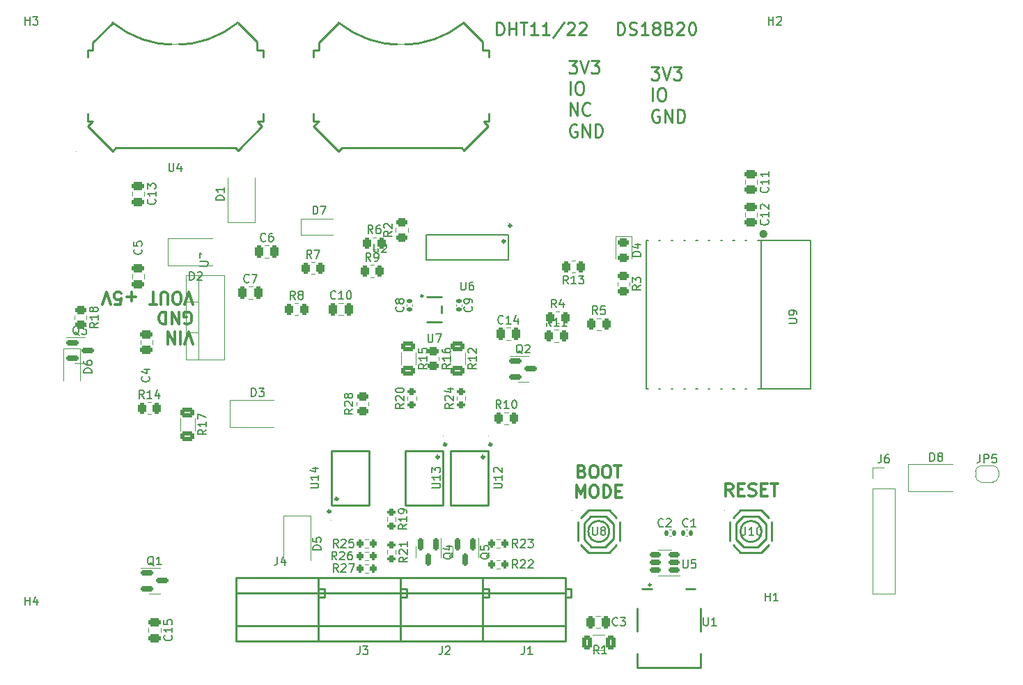
<source format=gbr>
%TF.GenerationSoftware,KiCad,Pcbnew,(6.0.9)*%
%TF.CreationDate,2022-11-21T22:50:26+02:00*%
%TF.ProjectId,Elekit2.0,456c656b-6974-4322-9e30-2e6b69636164,rev?*%
%TF.SameCoordinates,Original*%
%TF.FileFunction,Legend,Top*%
%TF.FilePolarity,Positive*%
%FSLAX46Y46*%
G04 Gerber Fmt 4.6, Leading zero omitted, Abs format (unit mm)*
G04 Created by KiCad (PCBNEW (6.0.9)) date 2022-11-21 22:50:26*
%MOMM*%
%LPD*%
G01*
G04 APERTURE LIST*
G04 Aperture macros list*
%AMRoundRect*
0 Rectangle with rounded corners*
0 $1 Rounding radius*
0 $2 $3 $4 $5 $6 $7 $8 $9 X,Y pos of 4 corners*
0 Add a 4 corners polygon primitive as box body*
4,1,4,$2,$3,$4,$5,$6,$7,$8,$9,$2,$3,0*
0 Add four circle primitives for the rounded corners*
1,1,$1+$1,$2,$3*
1,1,$1+$1,$4,$5*
1,1,$1+$1,$6,$7*
1,1,$1+$1,$8,$9*
0 Add four rect primitives between the rounded corners*
20,1,$1+$1,$2,$3,$4,$5,0*
20,1,$1+$1,$4,$5,$6,$7,0*
20,1,$1+$1,$6,$7,$8,$9,0*
20,1,$1+$1,$8,$9,$2,$3,0*%
%AMFreePoly0*
4,1,22,0.500000,-0.750000,0.000000,-0.750000,0.000000,-0.745033,-0.079941,-0.743568,-0.215256,-0.701293,-0.333266,-0.622738,-0.424486,-0.514219,-0.481581,-0.384460,-0.499164,-0.250000,-0.500000,-0.250000,-0.500000,0.250000,-0.499164,0.250000,-0.499963,0.256109,-0.478152,0.396186,-0.417904,0.524511,-0.324060,0.630769,-0.204165,0.706417,-0.067858,0.745374,0.000000,0.744959,0.000000,0.750000,
0.500000,0.750000,0.500000,-0.750000,0.500000,-0.750000,$1*%
%AMFreePoly1*
4,1,20,0.000000,0.744959,0.073905,0.744508,0.209726,0.703889,0.328688,0.626782,0.421226,0.519385,0.479903,0.390333,0.500000,0.250000,0.500000,-0.250000,0.499851,-0.262216,0.476331,-0.402017,0.414519,-0.529596,0.319384,-0.634700,0.198574,-0.708877,0.061801,-0.746166,0.000000,-0.745033,0.000000,-0.750000,-0.500000,-0.750000,-0.500000,0.750000,0.000000,0.750000,0.000000,0.744959,
0.000000,0.744959,$1*%
G04 Aperture macros list end*
%ADD10C,0.300000*%
%ADD11C,0.250000*%
%ADD12C,0.150000*%
%ADD13C,0.120000*%
%ADD14C,0.200000*%
%ADD15C,0.059995*%
%ADD16C,0.500000*%
%ADD17C,0.254001*%
%ADD18C,0.152400*%
%ADD19FreePoly0,0.000000*%
%ADD20FreePoly1,0.000000*%
%ADD21R,1.700000X1.700000*%
%ADD22O,1.700000X1.700000*%
%ADD23R,2.500000X1.800000*%
%ADD24R,1.000000X2.000000*%
%ADD25R,0.700000X0.700000*%
%ADD26C,2.000000*%
%ADD27RoundRect,0.250000X-0.250000X-0.475000X0.250000X-0.475000X0.250000X0.475000X-0.250000X0.475000X0*%
%ADD28RoundRect,0.250000X0.312500X0.625000X-0.312500X0.625000X-0.312500X-0.625000X0.312500X-0.625000X0*%
%ADD29O,1.800000X2.600000*%
%ADD30R,1.800000X2.600000*%
%ADD31C,3.000000*%
%ADD32RoundRect,0.250000X0.250000X0.475000X-0.250000X0.475000X-0.250000X-0.475000X0.250000X-0.475000X0*%
%ADD33R,1.500000X1.500000*%
%ADD34C,1.500000*%
%ADD35R,1.500000X3.000000*%
%ADD36C,3.200000*%
%ADD37R,0.500000X2.200000*%
%ADD38R,2.000000X2.200000*%
%ADD39C,0.900025*%
%ADD40R,1.000000X0.600000*%
%ADD41RoundRect,0.150000X-0.150000X0.587500X-0.150000X-0.587500X0.150000X-0.587500X0.150000X0.587500X0*%
%ADD42C,10.000025*%
%ADD43R,2.400000X6.100000*%
%ADD44RoundRect,0.250000X-0.450000X0.262500X-0.450000X-0.262500X0.450000X-0.262500X0.450000X0.262500X0*%
%ADD45RoundRect,0.200000X-0.275000X0.200000X-0.275000X-0.200000X0.275000X-0.200000X0.275000X0.200000X0*%
%ADD46RoundRect,0.250000X0.450000X-0.262500X0.450000X0.262500X-0.450000X0.262500X-0.450000X-0.262500X0*%
%ADD47RoundRect,0.250000X-0.262500X-0.450000X0.262500X-0.450000X0.262500X0.450000X-0.262500X0.450000X0*%
%ADD48RoundRect,0.140000X-0.140000X-0.170000X0.140000X-0.170000X0.140000X0.170000X-0.140000X0.170000X0*%
%ADD49RoundRect,0.200000X-0.200000X-0.275000X0.200000X-0.275000X0.200000X0.275000X-0.200000X0.275000X0*%
%ADD50RoundRect,0.150000X-0.587500X-0.150000X0.587500X-0.150000X0.587500X0.150000X-0.587500X0.150000X0*%
%ADD51R,1.200000X0.900000*%
%ADD52C,2.200000*%
%ADD53RoundRect,0.250000X-0.625000X0.312500X-0.625000X-0.312500X0.625000X-0.312500X0.625000X0.312500X0*%
%ADD54R,1.700000X1.000000*%
%ADD55R,1.800000X2.500000*%
%ADD56RoundRect,0.200000X0.275000X-0.200000X0.275000X0.200000X-0.275000X0.200000X-0.275000X-0.200000X0*%
%ADD57RoundRect,0.250000X-0.475000X0.250000X-0.475000X-0.250000X0.475000X-0.250000X0.475000X0.250000X0*%
%ADD58RoundRect,0.250000X0.475000X-0.250000X0.475000X0.250000X-0.475000X0.250000X-0.475000X-0.250000X0*%
%ADD59RoundRect,0.250000X0.262500X0.450000X-0.262500X0.450000X-0.262500X-0.450000X0.262500X-0.450000X0*%
%ADD60RoundRect,0.200000X0.200000X0.275000X-0.200000X0.275000X-0.200000X-0.275000X0.200000X-0.275000X0*%
%ADD61RoundRect,0.243750X-0.456250X0.243750X-0.456250X-0.243750X0.456250X-0.243750X0.456250X0.243750X0*%
%ADD62RoundRect,0.140000X0.170000X-0.140000X0.170000X0.140000X-0.170000X0.140000X-0.170000X-0.140000X0*%
%ADD63R,0.900000X1.200000*%
%ADD64RoundRect,0.150000X0.512500X0.150000X-0.512500X0.150000X-0.512500X-0.150000X0.512500X-0.150000X0*%
%ADD65O,2.000000X1.905000*%
%ADD66R,2.000000X1.905000*%
%ADD67O,0.602007X1.970993*%
%ADD68RoundRect,0.140000X-0.170000X0.140000X-0.170000X-0.140000X0.170000X-0.140000X0.170000X0.140000X0*%
%ADD69C,1.440000*%
G04 APERTURE END LIST*
D10*
X44662142Y-61236428D02*
X44162142Y-59736428D01*
X43662142Y-61236428D01*
X43162142Y-59736428D02*
X43162142Y-61236428D01*
X42447857Y-59736428D02*
X42447857Y-61236428D01*
X41590714Y-59736428D01*
X41590714Y-61236428D01*
X43662142Y-58750000D02*
X43805000Y-58821428D01*
X44019285Y-58821428D01*
X44233571Y-58750000D01*
X44376428Y-58607142D01*
X44447857Y-58464285D01*
X44519285Y-58178571D01*
X44519285Y-57964285D01*
X44447857Y-57678571D01*
X44376428Y-57535714D01*
X44233571Y-57392857D01*
X44019285Y-57321428D01*
X43876428Y-57321428D01*
X43662142Y-57392857D01*
X43590714Y-57464285D01*
X43590714Y-57964285D01*
X43876428Y-57964285D01*
X42947857Y-57321428D02*
X42947857Y-58821428D01*
X42090714Y-57321428D01*
X42090714Y-58821428D01*
X41376428Y-57321428D02*
X41376428Y-58821428D01*
X41019285Y-58821428D01*
X40805000Y-58750000D01*
X40662142Y-58607142D01*
X40590714Y-58464285D01*
X40519285Y-58178571D01*
X40519285Y-57964285D01*
X40590714Y-57678571D01*
X40662142Y-57535714D01*
X40805000Y-57392857D01*
X41019285Y-57321428D01*
X41376428Y-57321428D01*
X44662142Y-56406428D02*
X44162142Y-54906428D01*
X43662142Y-56406428D01*
X42876428Y-56406428D02*
X42590714Y-56406428D01*
X42447857Y-56335000D01*
X42305000Y-56192142D01*
X42233571Y-55906428D01*
X42233571Y-55406428D01*
X42305000Y-55120714D01*
X42447857Y-54977857D01*
X42590714Y-54906428D01*
X42876428Y-54906428D01*
X43019285Y-54977857D01*
X43162142Y-55120714D01*
X43233571Y-55406428D01*
X43233571Y-55906428D01*
X43162142Y-56192142D01*
X43019285Y-56335000D01*
X42876428Y-56406428D01*
X41590714Y-56406428D02*
X41590714Y-55192142D01*
X41519285Y-55049285D01*
X41447857Y-54977857D01*
X41305000Y-54906428D01*
X41019285Y-54906428D01*
X40876428Y-54977857D01*
X40805000Y-55049285D01*
X40733571Y-55192142D01*
X40733571Y-56406428D01*
X40233571Y-56406428D02*
X39376428Y-56406428D01*
X39805000Y-54906428D02*
X39805000Y-56406428D01*
X37733571Y-55477857D02*
X36590714Y-55477857D01*
X37162142Y-54906428D02*
X37162142Y-56049285D01*
X35162142Y-56406428D02*
X35876428Y-56406428D01*
X35947857Y-55692142D01*
X35876428Y-55763571D01*
X35733571Y-55835000D01*
X35376428Y-55835000D01*
X35233571Y-55763571D01*
X35162142Y-55692142D01*
X35090714Y-55549285D01*
X35090714Y-55192142D01*
X35162142Y-55049285D01*
X35233571Y-54977857D01*
X35376428Y-54906428D01*
X35733571Y-54906428D01*
X35876428Y-54977857D01*
X35947857Y-55049285D01*
X34662142Y-56406428D02*
X34162142Y-54906428D01*
X33662142Y-56406428D01*
X110321428Y-79678571D02*
X109821428Y-78964285D01*
X109464285Y-79678571D02*
X109464285Y-78178571D01*
X110035714Y-78178571D01*
X110178571Y-78250000D01*
X110250000Y-78321428D01*
X110321428Y-78464285D01*
X110321428Y-78678571D01*
X110250000Y-78821428D01*
X110178571Y-78892857D01*
X110035714Y-78964285D01*
X109464285Y-78964285D01*
X110964285Y-78892857D02*
X111464285Y-78892857D01*
X111678571Y-79678571D02*
X110964285Y-79678571D01*
X110964285Y-78178571D01*
X111678571Y-78178571D01*
X112250000Y-79607142D02*
X112464285Y-79678571D01*
X112821428Y-79678571D01*
X112964285Y-79607142D01*
X113035714Y-79535714D01*
X113107142Y-79392857D01*
X113107142Y-79250000D01*
X113035714Y-79107142D01*
X112964285Y-79035714D01*
X112821428Y-78964285D01*
X112535714Y-78892857D01*
X112392857Y-78821428D01*
X112321428Y-78750000D01*
X112250000Y-78607142D01*
X112250000Y-78464285D01*
X112321428Y-78321428D01*
X112392857Y-78250000D01*
X112535714Y-78178571D01*
X112892857Y-78178571D01*
X113107142Y-78250000D01*
X113750000Y-78892857D02*
X114250000Y-78892857D01*
X114464285Y-79678571D02*
X113750000Y-79678571D01*
X113750000Y-78178571D01*
X114464285Y-78178571D01*
X114892857Y-78178571D02*
X115750000Y-78178571D01*
X115321428Y-79678571D02*
X115321428Y-78178571D01*
X91964285Y-76685357D02*
X92178571Y-76756785D01*
X92250000Y-76828214D01*
X92321428Y-76971071D01*
X92321428Y-77185357D01*
X92250000Y-77328214D01*
X92178571Y-77399642D01*
X92035714Y-77471071D01*
X91464285Y-77471071D01*
X91464285Y-75971071D01*
X91964285Y-75971071D01*
X92107142Y-76042500D01*
X92178571Y-76113928D01*
X92250000Y-76256785D01*
X92250000Y-76399642D01*
X92178571Y-76542500D01*
X92107142Y-76613928D01*
X91964285Y-76685357D01*
X91464285Y-76685357D01*
X93250000Y-75971071D02*
X93535714Y-75971071D01*
X93678571Y-76042500D01*
X93821428Y-76185357D01*
X93892857Y-76471071D01*
X93892857Y-76971071D01*
X93821428Y-77256785D01*
X93678571Y-77399642D01*
X93535714Y-77471071D01*
X93250000Y-77471071D01*
X93107142Y-77399642D01*
X92964285Y-77256785D01*
X92892857Y-76971071D01*
X92892857Y-76471071D01*
X92964285Y-76185357D01*
X93107142Y-76042500D01*
X93250000Y-75971071D01*
X94821428Y-75971071D02*
X95107142Y-75971071D01*
X95250000Y-76042500D01*
X95392857Y-76185357D01*
X95464285Y-76471071D01*
X95464285Y-76971071D01*
X95392857Y-77256785D01*
X95250000Y-77399642D01*
X95107142Y-77471071D01*
X94821428Y-77471071D01*
X94678571Y-77399642D01*
X94535714Y-77256785D01*
X94464285Y-76971071D01*
X94464285Y-76471071D01*
X94535714Y-76185357D01*
X94678571Y-76042500D01*
X94821428Y-75971071D01*
X95892857Y-75971071D02*
X96750000Y-75971071D01*
X96321428Y-77471071D02*
X96321428Y-75971071D01*
X91285714Y-79886071D02*
X91285714Y-78386071D01*
X91785714Y-79457500D01*
X92285714Y-78386071D01*
X92285714Y-79886071D01*
X93285714Y-78386071D02*
X93571428Y-78386071D01*
X93714285Y-78457500D01*
X93857142Y-78600357D01*
X93928571Y-78886071D01*
X93928571Y-79386071D01*
X93857142Y-79671785D01*
X93714285Y-79814642D01*
X93571428Y-79886071D01*
X93285714Y-79886071D01*
X93142857Y-79814642D01*
X93000000Y-79671785D01*
X92928571Y-79386071D01*
X92928571Y-78886071D01*
X93000000Y-78600357D01*
X93142857Y-78457500D01*
X93285714Y-78386071D01*
X94571428Y-79886071D02*
X94571428Y-78386071D01*
X94928571Y-78386071D01*
X95142857Y-78457500D01*
X95285714Y-78600357D01*
X95357142Y-78743214D01*
X95428571Y-79028928D01*
X95428571Y-79243214D01*
X95357142Y-79528928D01*
X95285714Y-79671785D01*
X95142857Y-79814642D01*
X94928571Y-79886071D01*
X94571428Y-79886071D01*
X96071428Y-79100357D02*
X96571428Y-79100357D01*
X96785714Y-79886071D02*
X96071428Y-79886071D01*
X96071428Y-78386071D01*
X96785714Y-78386071D01*
D11*
X96285714Y-23678571D02*
X96285714Y-22178571D01*
X96642857Y-22178571D01*
X96857142Y-22250000D01*
X97000000Y-22392857D01*
X97071428Y-22535714D01*
X97142857Y-22821428D01*
X97142857Y-23035714D01*
X97071428Y-23321428D01*
X97000000Y-23464285D01*
X96857142Y-23607142D01*
X96642857Y-23678571D01*
X96285714Y-23678571D01*
X97714285Y-23607142D02*
X97928571Y-23678571D01*
X98285714Y-23678571D01*
X98428571Y-23607142D01*
X98500000Y-23535714D01*
X98571428Y-23392857D01*
X98571428Y-23250000D01*
X98500000Y-23107142D01*
X98428571Y-23035714D01*
X98285714Y-22964285D01*
X98000000Y-22892857D01*
X97857142Y-22821428D01*
X97785714Y-22750000D01*
X97714285Y-22607142D01*
X97714285Y-22464285D01*
X97785714Y-22321428D01*
X97857142Y-22250000D01*
X98000000Y-22178571D01*
X98357142Y-22178571D01*
X98571428Y-22250000D01*
X100000000Y-23678571D02*
X99142857Y-23678571D01*
X99571428Y-23678571D02*
X99571428Y-22178571D01*
X99428571Y-22392857D01*
X99285714Y-22535714D01*
X99142857Y-22607142D01*
X100857142Y-22821428D02*
X100714285Y-22750000D01*
X100642857Y-22678571D01*
X100571428Y-22535714D01*
X100571428Y-22464285D01*
X100642857Y-22321428D01*
X100714285Y-22250000D01*
X100857142Y-22178571D01*
X101142857Y-22178571D01*
X101285714Y-22250000D01*
X101357142Y-22321428D01*
X101428571Y-22464285D01*
X101428571Y-22535714D01*
X101357142Y-22678571D01*
X101285714Y-22750000D01*
X101142857Y-22821428D01*
X100857142Y-22821428D01*
X100714285Y-22892857D01*
X100642857Y-22964285D01*
X100571428Y-23107142D01*
X100571428Y-23392857D01*
X100642857Y-23535714D01*
X100714285Y-23607142D01*
X100857142Y-23678571D01*
X101142857Y-23678571D01*
X101285714Y-23607142D01*
X101357142Y-23535714D01*
X101428571Y-23392857D01*
X101428571Y-23107142D01*
X101357142Y-22964285D01*
X101285714Y-22892857D01*
X101142857Y-22821428D01*
X102571428Y-22892857D02*
X102785714Y-22964285D01*
X102857142Y-23035714D01*
X102928571Y-23178571D01*
X102928571Y-23392857D01*
X102857142Y-23535714D01*
X102785714Y-23607142D01*
X102642857Y-23678571D01*
X102071428Y-23678571D01*
X102071428Y-22178571D01*
X102571428Y-22178571D01*
X102714285Y-22250000D01*
X102785714Y-22321428D01*
X102857142Y-22464285D01*
X102857142Y-22607142D01*
X102785714Y-22750000D01*
X102714285Y-22821428D01*
X102571428Y-22892857D01*
X102071428Y-22892857D01*
X103500000Y-22321428D02*
X103571428Y-22250000D01*
X103714285Y-22178571D01*
X104071428Y-22178571D01*
X104214285Y-22250000D01*
X104285714Y-22321428D01*
X104357142Y-22464285D01*
X104357142Y-22607142D01*
X104285714Y-22821428D01*
X103428571Y-23678571D01*
X104357142Y-23678571D01*
X105285714Y-22178571D02*
X105428571Y-22178571D01*
X105571428Y-22250000D01*
X105642857Y-22321428D01*
X105714285Y-22464285D01*
X105785714Y-22750000D01*
X105785714Y-23107142D01*
X105714285Y-23392857D01*
X105642857Y-23535714D01*
X105571428Y-23607142D01*
X105428571Y-23678571D01*
X105285714Y-23678571D01*
X105142857Y-23607142D01*
X105071428Y-23535714D01*
X105000000Y-23392857D01*
X104928571Y-23107142D01*
X104928571Y-22750000D01*
X105000000Y-22464285D01*
X105071428Y-22321428D01*
X105142857Y-22250000D01*
X105285714Y-22178571D01*
X100376785Y-27547809D02*
X101305357Y-27547809D01*
X100805357Y-28157333D01*
X101019642Y-28157333D01*
X101162500Y-28233523D01*
X101233928Y-28309714D01*
X101305357Y-28462095D01*
X101305357Y-28843047D01*
X101233928Y-28995428D01*
X101162500Y-29071619D01*
X101019642Y-29147809D01*
X100591071Y-29147809D01*
X100448214Y-29071619D01*
X100376785Y-28995428D01*
X101733928Y-27547809D02*
X102233928Y-29147809D01*
X102733928Y-27547809D01*
X103091071Y-27547809D02*
X104019642Y-27547809D01*
X103519642Y-28157333D01*
X103733928Y-28157333D01*
X103876785Y-28233523D01*
X103948214Y-28309714D01*
X104019642Y-28462095D01*
X104019642Y-28843047D01*
X103948214Y-28995428D01*
X103876785Y-29071619D01*
X103733928Y-29147809D01*
X103305357Y-29147809D01*
X103162500Y-29071619D01*
X103091071Y-28995428D01*
X100519642Y-31723809D02*
X100519642Y-30123809D01*
X101519642Y-30123809D02*
X101805357Y-30123809D01*
X101948214Y-30200000D01*
X102091071Y-30352380D01*
X102162500Y-30657142D01*
X102162500Y-31190476D01*
X102091071Y-31495238D01*
X101948214Y-31647619D01*
X101805357Y-31723809D01*
X101519642Y-31723809D01*
X101376785Y-31647619D01*
X101233928Y-31495238D01*
X101162500Y-31190476D01*
X101162500Y-30657142D01*
X101233928Y-30352380D01*
X101376785Y-30200000D01*
X101519642Y-30123809D01*
X101305357Y-32776000D02*
X101162500Y-32699809D01*
X100948214Y-32699809D01*
X100733928Y-32776000D01*
X100591071Y-32928380D01*
X100519642Y-33080761D01*
X100448214Y-33385523D01*
X100448214Y-33614095D01*
X100519642Y-33918857D01*
X100591071Y-34071238D01*
X100733928Y-34223619D01*
X100948214Y-34299809D01*
X101091071Y-34299809D01*
X101305357Y-34223619D01*
X101376785Y-34147428D01*
X101376785Y-33614095D01*
X101091071Y-33614095D01*
X102019642Y-34299809D02*
X102019642Y-32699809D01*
X102876785Y-34299809D01*
X102876785Y-32699809D01*
X103591071Y-34299809D02*
X103591071Y-32699809D01*
X103948214Y-32699809D01*
X104162500Y-32776000D01*
X104305357Y-32928380D01*
X104376785Y-33080761D01*
X104448214Y-33385523D01*
X104448214Y-33614095D01*
X104376785Y-33918857D01*
X104305357Y-34071238D01*
X104162500Y-34223619D01*
X103948214Y-34299809D01*
X103591071Y-34299809D01*
X81607142Y-23678571D02*
X81607142Y-22178571D01*
X81964285Y-22178571D01*
X82178571Y-22250000D01*
X82321428Y-22392857D01*
X82392857Y-22535714D01*
X82464285Y-22821428D01*
X82464285Y-23035714D01*
X82392857Y-23321428D01*
X82321428Y-23464285D01*
X82178571Y-23607142D01*
X81964285Y-23678571D01*
X81607142Y-23678571D01*
X83107142Y-23678571D02*
X83107142Y-22178571D01*
X83107142Y-22892857D02*
X83964285Y-22892857D01*
X83964285Y-23678571D02*
X83964285Y-22178571D01*
X84464285Y-22178571D02*
X85321428Y-22178571D01*
X84892857Y-23678571D02*
X84892857Y-22178571D01*
X86607142Y-23678571D02*
X85750000Y-23678571D01*
X86178571Y-23678571D02*
X86178571Y-22178571D01*
X86035714Y-22392857D01*
X85892857Y-22535714D01*
X85750000Y-22607142D01*
X88035714Y-23678571D02*
X87178571Y-23678571D01*
X87607142Y-23678571D02*
X87607142Y-22178571D01*
X87464285Y-22392857D01*
X87321428Y-22535714D01*
X87178571Y-22607142D01*
X89750000Y-22107142D02*
X88464285Y-24035714D01*
X90178571Y-22321428D02*
X90250000Y-22250000D01*
X90392857Y-22178571D01*
X90750000Y-22178571D01*
X90892857Y-22250000D01*
X90964285Y-22321428D01*
X91035714Y-22464285D01*
X91035714Y-22607142D01*
X90964285Y-22821428D01*
X90107142Y-23678571D01*
X91035714Y-23678571D01*
X91607142Y-22321428D02*
X91678571Y-22250000D01*
X91821428Y-22178571D01*
X92178571Y-22178571D01*
X92321428Y-22250000D01*
X92392857Y-22321428D01*
X92464285Y-22464285D01*
X92464285Y-22607142D01*
X92392857Y-22821428D01*
X91535714Y-23678571D01*
X92464285Y-23678571D01*
X90376785Y-26759809D02*
X91305357Y-26759809D01*
X90805357Y-27369333D01*
X91019642Y-27369333D01*
X91162500Y-27445523D01*
X91233928Y-27521714D01*
X91305357Y-27674095D01*
X91305357Y-28055047D01*
X91233928Y-28207428D01*
X91162500Y-28283619D01*
X91019642Y-28359809D01*
X90591071Y-28359809D01*
X90448214Y-28283619D01*
X90376785Y-28207428D01*
X91733928Y-26759809D02*
X92233928Y-28359809D01*
X92733928Y-26759809D01*
X93091071Y-26759809D02*
X94019642Y-26759809D01*
X93519642Y-27369333D01*
X93733928Y-27369333D01*
X93876785Y-27445523D01*
X93948214Y-27521714D01*
X94019642Y-27674095D01*
X94019642Y-28055047D01*
X93948214Y-28207428D01*
X93876785Y-28283619D01*
X93733928Y-28359809D01*
X93305357Y-28359809D01*
X93162500Y-28283619D01*
X93091071Y-28207428D01*
X90519642Y-30935809D02*
X90519642Y-29335809D01*
X91519642Y-29335809D02*
X91805357Y-29335809D01*
X91948214Y-29412000D01*
X92091071Y-29564380D01*
X92162500Y-29869142D01*
X92162500Y-30402476D01*
X92091071Y-30707238D01*
X91948214Y-30859619D01*
X91805357Y-30935809D01*
X91519642Y-30935809D01*
X91376785Y-30859619D01*
X91233928Y-30707238D01*
X91162500Y-30402476D01*
X91162500Y-29869142D01*
X91233928Y-29564380D01*
X91376785Y-29412000D01*
X91519642Y-29335809D01*
X90519642Y-33511809D02*
X90519642Y-31911809D01*
X91376785Y-33511809D01*
X91376785Y-31911809D01*
X92948214Y-33359428D02*
X92876785Y-33435619D01*
X92662500Y-33511809D01*
X92519642Y-33511809D01*
X92305357Y-33435619D01*
X92162500Y-33283238D01*
X92091071Y-33130857D01*
X92019642Y-32826095D01*
X92019642Y-32597523D01*
X92091071Y-32292761D01*
X92162500Y-32140380D01*
X92305357Y-31988000D01*
X92519642Y-31911809D01*
X92662500Y-31911809D01*
X92876785Y-31988000D01*
X92948214Y-32064190D01*
X91305357Y-34564000D02*
X91162500Y-34487809D01*
X90948214Y-34487809D01*
X90733928Y-34564000D01*
X90591071Y-34716380D01*
X90519642Y-34868761D01*
X90448214Y-35173523D01*
X90448214Y-35402095D01*
X90519642Y-35706857D01*
X90591071Y-35859238D01*
X90733928Y-36011619D01*
X90948214Y-36087809D01*
X91091071Y-36087809D01*
X91305357Y-36011619D01*
X91376785Y-35935428D01*
X91376785Y-35402095D01*
X91091071Y-35402095D01*
X92019642Y-36087809D02*
X92019642Y-34487809D01*
X92876785Y-36087809D01*
X92876785Y-34487809D01*
X93591071Y-36087809D02*
X93591071Y-34487809D01*
X93948214Y-34487809D01*
X94162500Y-34564000D01*
X94305357Y-34716380D01*
X94376785Y-34868761D01*
X94448214Y-35173523D01*
X94448214Y-35402095D01*
X94376785Y-35706857D01*
X94305357Y-35859238D01*
X94162500Y-36011619D01*
X93948214Y-36087809D01*
X93591071Y-36087809D01*
D12*
%TO.C,JP5*%
X140366666Y-74652380D02*
X140366666Y-75366666D01*
X140319047Y-75509523D01*
X140223809Y-75604761D01*
X140080952Y-75652380D01*
X139985714Y-75652380D01*
X140842857Y-75652380D02*
X140842857Y-74652380D01*
X141223809Y-74652380D01*
X141319047Y-74700000D01*
X141366666Y-74747619D01*
X141414285Y-74842857D01*
X141414285Y-74985714D01*
X141366666Y-75080952D01*
X141319047Y-75128571D01*
X141223809Y-75176190D01*
X140842857Y-75176190D01*
X142319047Y-74652380D02*
X141842857Y-74652380D01*
X141795238Y-75128571D01*
X141842857Y-75080952D01*
X141938095Y-75033333D01*
X142176190Y-75033333D01*
X142271428Y-75080952D01*
X142319047Y-75128571D01*
X142366666Y-75223809D01*
X142366666Y-75461904D01*
X142319047Y-75557142D01*
X142271428Y-75604761D01*
X142176190Y-75652380D01*
X141938095Y-75652380D01*
X141842857Y-75604761D01*
X141795238Y-75557142D01*
%TO.C,J6*%
X128316666Y-74672380D02*
X128316666Y-75386666D01*
X128269047Y-75529523D01*
X128173809Y-75624761D01*
X128030952Y-75672380D01*
X127935714Y-75672380D01*
X129221428Y-74672380D02*
X129030952Y-74672380D01*
X128935714Y-74720000D01*
X128888095Y-74767619D01*
X128792857Y-74910476D01*
X128745238Y-75100952D01*
X128745238Y-75481904D01*
X128792857Y-75577142D01*
X128840476Y-75624761D01*
X128935714Y-75672380D01*
X129126190Y-75672380D01*
X129221428Y-75624761D01*
X129269047Y-75577142D01*
X129316666Y-75481904D01*
X129316666Y-75243809D01*
X129269047Y-75148571D01*
X129221428Y-75100952D01*
X129126190Y-75053333D01*
X128935714Y-75053333D01*
X128840476Y-75100952D01*
X128792857Y-75148571D01*
X128745238Y-75243809D01*
%TO.C,D8*%
X134261904Y-75452380D02*
X134261904Y-74452380D01*
X134500000Y-74452380D01*
X134642857Y-74500000D01*
X134738095Y-74595238D01*
X134785714Y-74690476D01*
X134833333Y-74880952D01*
X134833333Y-75023809D01*
X134785714Y-75214285D01*
X134738095Y-75309523D01*
X134642857Y-75404761D01*
X134500000Y-75452380D01*
X134261904Y-75452380D01*
X135404761Y-74880952D02*
X135309523Y-74833333D01*
X135261904Y-74785714D01*
X135214285Y-74690476D01*
X135214285Y-74642857D01*
X135261904Y-74547619D01*
X135309523Y-74500000D01*
X135404761Y-74452380D01*
X135595238Y-74452380D01*
X135690476Y-74500000D01*
X135738095Y-74547619D01*
X135785714Y-74642857D01*
X135785714Y-74690476D01*
X135738095Y-74785714D01*
X135690476Y-74833333D01*
X135595238Y-74880952D01*
X135404761Y-74880952D01*
X135309523Y-74928571D01*
X135261904Y-74976190D01*
X135214285Y-75071428D01*
X135214285Y-75261904D01*
X135261904Y-75357142D01*
X135309523Y-75404761D01*
X135404761Y-75452380D01*
X135595238Y-75452380D01*
X135690476Y-75404761D01*
X135738095Y-75357142D01*
X135785714Y-75261904D01*
X135785714Y-75071428D01*
X135738095Y-74976190D01*
X135690476Y-74928571D01*
X135595238Y-74880952D01*
%TO.C,U9*%
X117092380Y-58711726D02*
X117901904Y-58711726D01*
X117997142Y-58664107D01*
X118044761Y-58616488D01*
X118092380Y-58521250D01*
X118092380Y-58330774D01*
X118044761Y-58235536D01*
X117997142Y-58187917D01*
X117901904Y-58140298D01*
X117092380Y-58140298D01*
X118092380Y-57616488D02*
X118092380Y-57426012D01*
X118044761Y-57330774D01*
X117997142Y-57283155D01*
X117854285Y-57187917D01*
X117663809Y-57140298D01*
X117282857Y-57140298D01*
X117187619Y-57187917D01*
X117140000Y-57235536D01*
X117092380Y-57330774D01*
X117092380Y-57521250D01*
X117140000Y-57616488D01*
X117187619Y-57664107D01*
X117282857Y-57711726D01*
X117520952Y-57711726D01*
X117616190Y-57664107D01*
X117663809Y-57616488D01*
X117711428Y-57521250D01*
X117711428Y-57330774D01*
X117663809Y-57235536D01*
X117616190Y-57187917D01*
X117520952Y-57140298D01*
%TO.C,C14*%
X82357142Y-58677142D02*
X82309523Y-58724761D01*
X82166666Y-58772380D01*
X82071428Y-58772380D01*
X81928571Y-58724761D01*
X81833333Y-58629523D01*
X81785714Y-58534285D01*
X81738095Y-58343809D01*
X81738095Y-58200952D01*
X81785714Y-58010476D01*
X81833333Y-57915238D01*
X81928571Y-57820000D01*
X82071428Y-57772380D01*
X82166666Y-57772380D01*
X82309523Y-57820000D01*
X82357142Y-57867619D01*
X83309523Y-58772380D02*
X82738095Y-58772380D01*
X83023809Y-58772380D02*
X83023809Y-57772380D01*
X82928571Y-57915238D01*
X82833333Y-58010476D01*
X82738095Y-58058095D01*
X84166666Y-58105714D02*
X84166666Y-58772380D01*
X83928571Y-57724761D02*
X83690476Y-58439047D01*
X84309523Y-58439047D01*
%TO.C,R1*%
X93983206Y-98872456D02*
X93649873Y-98396266D01*
X93411777Y-98872456D02*
X93411777Y-97872456D01*
X93792730Y-97872456D01*
X93887968Y-97920076D01*
X93935587Y-97967695D01*
X93983206Y-98062933D01*
X93983206Y-98205790D01*
X93935587Y-98301028D01*
X93887968Y-98348647D01*
X93792730Y-98396266D01*
X93411777Y-98396266D01*
X94935587Y-98872456D02*
X94364158Y-98872456D01*
X94649873Y-98872456D02*
X94649873Y-97872456D01*
X94554634Y-98015314D01*
X94459396Y-98110552D01*
X94364158Y-98158171D01*
%TO.C,C3*%
X96283333Y-95357142D02*
X96235714Y-95404761D01*
X96092857Y-95452380D01*
X95997619Y-95452380D01*
X95854761Y-95404761D01*
X95759523Y-95309523D01*
X95711904Y-95214285D01*
X95664285Y-95023809D01*
X95664285Y-94880952D01*
X95711904Y-94690476D01*
X95759523Y-94595238D01*
X95854761Y-94500000D01*
X95997619Y-94452380D01*
X96092857Y-94452380D01*
X96235714Y-94500000D01*
X96283333Y-94547619D01*
X96616666Y-94452380D02*
X97235714Y-94452380D01*
X96902380Y-94833333D01*
X97045238Y-94833333D01*
X97140476Y-94880952D01*
X97188095Y-94928571D01*
X97235714Y-95023809D01*
X97235714Y-95261904D01*
X97188095Y-95357142D01*
X97140476Y-95404761D01*
X97045238Y-95452380D01*
X96759523Y-95452380D01*
X96664285Y-95404761D01*
X96616666Y-95357142D01*
%TO.C,U12*%
X81222256Y-78738120D02*
X82031780Y-78738120D01*
X82127018Y-78690501D01*
X82174637Y-78642882D01*
X82222256Y-78547644D01*
X82222256Y-78357167D01*
X82174637Y-78261929D01*
X82127018Y-78214310D01*
X82031780Y-78166691D01*
X81222256Y-78166691D01*
X82222256Y-77166691D02*
X82222256Y-77738120D01*
X82222256Y-77452405D02*
X81222256Y-77452405D01*
X81365114Y-77547644D01*
X81460352Y-77642882D01*
X81507971Y-77738120D01*
X81317495Y-76785739D02*
X81269876Y-76738120D01*
X81222256Y-76642882D01*
X81222256Y-76404786D01*
X81269876Y-76309548D01*
X81317495Y-76261929D01*
X81412733Y-76214310D01*
X81507971Y-76214310D01*
X81650828Y-76261929D01*
X82222256Y-76833358D01*
X82222256Y-76214310D01*
%TO.C,H4*%
X24238095Y-92952380D02*
X24238095Y-91952380D01*
X24238095Y-92428571D02*
X24809523Y-92428571D01*
X24809523Y-92952380D02*
X24809523Y-91952380D01*
X25714285Y-92285714D02*
X25714285Y-92952380D01*
X25476190Y-91904761D02*
X25238095Y-92619047D01*
X25857142Y-92619047D01*
%TO.C,H3*%
X24238095Y-22452380D02*
X24238095Y-21452380D01*
X24238095Y-21928571D02*
X24809523Y-21928571D01*
X24809523Y-22452380D02*
X24809523Y-21452380D01*
X25190476Y-21452380D02*
X25809523Y-21452380D01*
X25476190Y-21833333D01*
X25619047Y-21833333D01*
X25714285Y-21880952D01*
X25761904Y-21928571D01*
X25809523Y-22023809D01*
X25809523Y-22261904D01*
X25761904Y-22357142D01*
X25714285Y-22404761D01*
X25619047Y-22452380D01*
X25333333Y-22452380D01*
X25238095Y-22404761D01*
X25190476Y-22357142D01*
%TO.C,H2*%
X114638095Y-22452380D02*
X114638095Y-21452380D01*
X114638095Y-21928571D02*
X115209523Y-21928571D01*
X115209523Y-22452380D02*
X115209523Y-21452380D01*
X115638095Y-21547619D02*
X115685714Y-21500000D01*
X115780952Y-21452380D01*
X116019047Y-21452380D01*
X116114285Y-21500000D01*
X116161904Y-21547619D01*
X116209523Y-21642857D01*
X116209523Y-21738095D01*
X116161904Y-21880952D01*
X115590476Y-22452380D01*
X116209523Y-22452380D01*
%TO.C,H1*%
X114238095Y-92452380D02*
X114238095Y-91452380D01*
X114238095Y-91928571D02*
X114809523Y-91928571D01*
X114809523Y-92452380D02*
X114809523Y-91452380D01*
X115809523Y-92452380D02*
X115238095Y-92452380D01*
X115523809Y-92452380D02*
X115523809Y-91452380D01*
X115428571Y-91595238D01*
X115333333Y-91690476D01*
X115238095Y-91738095D01*
%TO.C,U1*%
X106738095Y-94452380D02*
X106738095Y-95261904D01*
X106785714Y-95357142D01*
X106833333Y-95404761D01*
X106928571Y-95452380D01*
X107119047Y-95452380D01*
X107214285Y-95404761D01*
X107261904Y-95357142D01*
X107309523Y-95261904D01*
X107309523Y-94452380D01*
X108309523Y-95452380D02*
X107738095Y-95452380D01*
X108023809Y-95452380D02*
X108023809Y-94452380D01*
X107928571Y-94595238D01*
X107833333Y-94690476D01*
X107738095Y-94738095D01*
%TO.C,U7*%
X73238095Y-60022393D02*
X73238095Y-60831917D01*
X73285714Y-60927155D01*
X73333333Y-60974774D01*
X73428571Y-61022393D01*
X73619047Y-61022393D01*
X73714285Y-60974774D01*
X73761904Y-60927155D01*
X73809523Y-60831917D01*
X73809523Y-60022393D01*
X74190476Y-60022393D02*
X74857142Y-60022393D01*
X74428571Y-61022393D01*
%TO.C,Q4*%
X76217495Y-86595238D02*
X76169876Y-86690476D01*
X76074637Y-86785714D01*
X75931780Y-86928571D01*
X75884161Y-87023809D01*
X75884161Y-87119047D01*
X76122256Y-87071428D02*
X76074637Y-87166666D01*
X75979399Y-87261904D01*
X75788923Y-87309523D01*
X75455590Y-87309523D01*
X75265114Y-87261904D01*
X75169876Y-87166666D01*
X75122256Y-87071428D01*
X75122256Y-86880952D01*
X75169876Y-86785714D01*
X75265114Y-86690476D01*
X75455590Y-86642857D01*
X75788923Y-86642857D01*
X75979399Y-86690476D01*
X76074637Y-86785714D01*
X76122256Y-86880952D01*
X76122256Y-87071428D01*
X75455590Y-85785714D02*
X76122256Y-85785714D01*
X75074637Y-86023809D02*
X75788923Y-86261904D01*
X75788923Y-85642857D01*
%TO.C,U2*%
X66629580Y-49064449D02*
X66629580Y-49873973D01*
X66677199Y-49969211D01*
X66724818Y-50016830D01*
X66820056Y-50064449D01*
X67010532Y-50064449D01*
X67105770Y-50016830D01*
X67153389Y-49969211D01*
X67201008Y-49873973D01*
X67201008Y-49064449D01*
X67629580Y-49159688D02*
X67677199Y-49112069D01*
X67772437Y-49064449D01*
X68010532Y-49064449D01*
X68105770Y-49112069D01*
X68153389Y-49159688D01*
X68201008Y-49254926D01*
X68201008Y-49350164D01*
X68153389Y-49493021D01*
X67581961Y-50064449D01*
X68201008Y-50064449D01*
%TO.C,C10*%
X62007142Y-55677142D02*
X61959523Y-55724761D01*
X61816666Y-55772380D01*
X61721428Y-55772380D01*
X61578571Y-55724761D01*
X61483333Y-55629523D01*
X61435714Y-55534285D01*
X61388095Y-55343809D01*
X61388095Y-55200952D01*
X61435714Y-55010476D01*
X61483333Y-54915238D01*
X61578571Y-54820000D01*
X61721428Y-54772380D01*
X61816666Y-54772380D01*
X61959523Y-54820000D01*
X62007142Y-54867619D01*
X62959523Y-55772380D02*
X62388095Y-55772380D01*
X62673809Y-55772380D02*
X62673809Y-54772380D01*
X62578571Y-54915238D01*
X62483333Y-55010476D01*
X62388095Y-55058095D01*
X63578571Y-54772380D02*
X63673809Y-54772380D01*
X63769047Y-54820000D01*
X63816666Y-54867619D01*
X63864285Y-54962857D01*
X63911904Y-55153333D01*
X63911904Y-55391428D01*
X63864285Y-55581904D01*
X63816666Y-55677142D01*
X63769047Y-55724761D01*
X63673809Y-55772380D01*
X63578571Y-55772380D01*
X63483333Y-55724761D01*
X63435714Y-55677142D01*
X63388095Y-55581904D01*
X63340476Y-55391428D01*
X63340476Y-55153333D01*
X63388095Y-54962857D01*
X63435714Y-54867619D01*
X63483333Y-54820000D01*
X63578571Y-54772380D01*
%TO.C,R18*%
X33102380Y-58642857D02*
X32626190Y-58976190D01*
X33102380Y-59214285D02*
X32102380Y-59214285D01*
X32102380Y-58833333D01*
X32150000Y-58738095D01*
X32197619Y-58690476D01*
X32292857Y-58642857D01*
X32435714Y-58642857D01*
X32530952Y-58690476D01*
X32578571Y-58738095D01*
X32626190Y-58833333D01*
X32626190Y-59214285D01*
X33102380Y-57690476D02*
X33102380Y-58261904D01*
X33102380Y-57976190D02*
X32102380Y-57976190D01*
X32245238Y-58071428D01*
X32340476Y-58166666D01*
X32388095Y-58261904D01*
X32530952Y-57119047D02*
X32483333Y-57214285D01*
X32435714Y-57261904D01*
X32340476Y-57309523D01*
X32292857Y-57309523D01*
X32197619Y-57261904D01*
X32150000Y-57214285D01*
X32102380Y-57119047D01*
X32102380Y-56928571D01*
X32150000Y-56833333D01*
X32197619Y-56785714D01*
X32292857Y-56738095D01*
X32340476Y-56738095D01*
X32435714Y-56785714D01*
X32483333Y-56833333D01*
X32530952Y-56928571D01*
X32530952Y-57119047D01*
X32578571Y-57214285D01*
X32626190Y-57261904D01*
X32721428Y-57309523D01*
X32911904Y-57309523D01*
X33007142Y-57261904D01*
X33054761Y-57214285D01*
X33102380Y-57119047D01*
X33102380Y-56928571D01*
X33054761Y-56833333D01*
X33007142Y-56785714D01*
X32911904Y-56738095D01*
X32721428Y-56738095D01*
X32626190Y-56785714D01*
X32578571Y-56833333D01*
X32530952Y-56928571D01*
%TO.C,R21*%
X70722256Y-87142857D02*
X70246066Y-87476190D01*
X70722256Y-87714285D02*
X69722256Y-87714285D01*
X69722256Y-87333333D01*
X69769876Y-87238095D01*
X69817495Y-87190476D01*
X69912733Y-87142857D01*
X70055590Y-87142857D01*
X70150828Y-87190476D01*
X70198447Y-87238095D01*
X70246066Y-87333333D01*
X70246066Y-87714285D01*
X69817495Y-86761904D02*
X69769876Y-86714285D01*
X69722256Y-86619047D01*
X69722256Y-86380952D01*
X69769876Y-86285714D01*
X69817495Y-86238095D01*
X69912733Y-86190476D01*
X70007971Y-86190476D01*
X70150828Y-86238095D01*
X70722256Y-86809523D01*
X70722256Y-86190476D01*
X70722256Y-85238095D02*
X70722256Y-85809523D01*
X70722256Y-85523809D02*
X69722256Y-85523809D01*
X69865114Y-85619047D01*
X69960352Y-85714285D01*
X70007971Y-85809523D01*
%TO.C,R2*%
X68862380Y-47524166D02*
X68386190Y-47857500D01*
X68862380Y-48095595D02*
X67862380Y-48095595D01*
X67862380Y-47714642D01*
X67910000Y-47619404D01*
X67957619Y-47571785D01*
X68052857Y-47524166D01*
X68195714Y-47524166D01*
X68290952Y-47571785D01*
X68338571Y-47619404D01*
X68386190Y-47714642D01*
X68386190Y-48095595D01*
X67957619Y-47143214D02*
X67910000Y-47095595D01*
X67862380Y-47000357D01*
X67862380Y-46762261D01*
X67910000Y-46667023D01*
X67957619Y-46619404D01*
X68052857Y-46571785D01*
X68148095Y-46571785D01*
X68290952Y-46619404D01*
X68862380Y-47190833D01*
X68862380Y-46571785D01*
%TO.C,R16*%
X75942304Y-63642857D02*
X75466114Y-63976190D01*
X75942304Y-64214285D02*
X74942304Y-64214285D01*
X74942304Y-63833333D01*
X74989924Y-63738095D01*
X75037543Y-63690476D01*
X75132781Y-63642857D01*
X75275638Y-63642857D01*
X75370876Y-63690476D01*
X75418495Y-63738095D01*
X75466114Y-63833333D01*
X75466114Y-64214285D01*
X75942304Y-62690476D02*
X75942304Y-63261904D01*
X75942304Y-62976190D02*
X74942304Y-62976190D01*
X75085162Y-63071428D01*
X75180400Y-63166666D01*
X75228019Y-63261904D01*
X74942304Y-61833333D02*
X74942304Y-62023809D01*
X74989924Y-62119047D01*
X75037543Y-62166666D01*
X75180400Y-62261904D01*
X75370876Y-62309523D01*
X75751828Y-62309523D01*
X75847066Y-62261904D01*
X75894685Y-62214285D01*
X75942304Y-62119047D01*
X75942304Y-61928571D01*
X75894685Y-61833333D01*
X75847066Y-61785714D01*
X75751828Y-61738095D01*
X75513733Y-61738095D01*
X75418495Y-61785714D01*
X75370876Y-61833333D01*
X75323257Y-61928571D01*
X75323257Y-62119047D01*
X75370876Y-62214285D01*
X75418495Y-62261904D01*
X75513733Y-62309523D01*
%TO.C,R4*%
X88833333Y-56802380D02*
X88500000Y-56326190D01*
X88261904Y-56802380D02*
X88261904Y-55802380D01*
X88642857Y-55802380D01*
X88738095Y-55850000D01*
X88785714Y-55897619D01*
X88833333Y-55992857D01*
X88833333Y-56135714D01*
X88785714Y-56230952D01*
X88738095Y-56278571D01*
X88642857Y-56326190D01*
X88261904Y-56326190D01*
X89690476Y-56135714D02*
X89690476Y-56802380D01*
X89452380Y-55754761D02*
X89214285Y-56469047D01*
X89833333Y-56469047D01*
%TO.C,C2*%
X101833333Y-83357142D02*
X101785714Y-83404761D01*
X101642857Y-83452380D01*
X101547619Y-83452380D01*
X101404761Y-83404761D01*
X101309523Y-83309523D01*
X101261904Y-83214285D01*
X101214285Y-83023809D01*
X101214285Y-82880952D01*
X101261904Y-82690476D01*
X101309523Y-82595238D01*
X101404761Y-82500000D01*
X101547619Y-82452380D01*
X101642857Y-82452380D01*
X101785714Y-82500000D01*
X101833333Y-82547619D01*
X102214285Y-82547619D02*
X102261904Y-82500000D01*
X102357142Y-82452380D01*
X102595238Y-82452380D01*
X102690476Y-82500000D01*
X102738095Y-82547619D01*
X102785714Y-82642857D01*
X102785714Y-82738095D01*
X102738095Y-82880952D01*
X102166666Y-83452380D01*
X102785714Y-83452380D01*
%TO.C,U4*%
X41738095Y-39262896D02*
X41738095Y-40072420D01*
X41785714Y-40167658D01*
X41833333Y-40215277D01*
X41928571Y-40262896D01*
X42119047Y-40262896D01*
X42214285Y-40215277D01*
X42261904Y-40167658D01*
X42309523Y-40072420D01*
X42309523Y-39262896D01*
X43214285Y-39596230D02*
X43214285Y-40262896D01*
X42976190Y-39215277D02*
X42738095Y-39929563D01*
X43357142Y-39929563D01*
%TO.C,R8*%
X57083333Y-55802380D02*
X56750000Y-55326190D01*
X56511904Y-55802380D02*
X56511904Y-54802380D01*
X56892857Y-54802380D01*
X56988095Y-54850000D01*
X57035714Y-54897619D01*
X57083333Y-54992857D01*
X57083333Y-55135714D01*
X57035714Y-55230952D01*
X56988095Y-55278571D01*
X56892857Y-55326190D01*
X56511904Y-55326190D01*
X57654761Y-55230952D02*
X57559523Y-55183333D01*
X57511904Y-55135714D01*
X57464285Y-55040476D01*
X57464285Y-54992857D01*
X57511904Y-54897619D01*
X57559523Y-54850000D01*
X57654761Y-54802380D01*
X57845238Y-54802380D01*
X57940476Y-54850000D01*
X57988095Y-54897619D01*
X58035714Y-54992857D01*
X58035714Y-55040476D01*
X57988095Y-55135714D01*
X57940476Y-55183333D01*
X57845238Y-55230952D01*
X57654761Y-55230952D01*
X57559523Y-55278571D01*
X57511904Y-55326190D01*
X57464285Y-55421428D01*
X57464285Y-55611904D01*
X57511904Y-55707142D01*
X57559523Y-55754761D01*
X57654761Y-55802380D01*
X57845238Y-55802380D01*
X57940476Y-55754761D01*
X57988095Y-55707142D01*
X58035714Y-55611904D01*
X58035714Y-55421428D01*
X57988095Y-55326190D01*
X57940476Y-55278571D01*
X57845238Y-55230952D01*
%TO.C,R19*%
X70652256Y-83142857D02*
X70176066Y-83476190D01*
X70652256Y-83714285D02*
X69652256Y-83714285D01*
X69652256Y-83333333D01*
X69699876Y-83238095D01*
X69747495Y-83190476D01*
X69842733Y-83142857D01*
X69985590Y-83142857D01*
X70080828Y-83190476D01*
X70128447Y-83238095D01*
X70176066Y-83333333D01*
X70176066Y-83714285D01*
X70652256Y-82190476D02*
X70652256Y-82761904D01*
X70652256Y-82476190D02*
X69652256Y-82476190D01*
X69795114Y-82571428D01*
X69890352Y-82666666D01*
X69937971Y-82761904D01*
X70652256Y-81714285D02*
X70652256Y-81523809D01*
X70604637Y-81428571D01*
X70557018Y-81380952D01*
X70414161Y-81285714D01*
X70223685Y-81238095D01*
X69842733Y-81238095D01*
X69747495Y-81285714D01*
X69699876Y-81333333D01*
X69652256Y-81428571D01*
X69652256Y-81619047D01*
X69699876Y-81714285D01*
X69747495Y-81761904D01*
X69842733Y-81809523D01*
X70080828Y-81809523D01*
X70176066Y-81761904D01*
X70223685Y-81714285D01*
X70271304Y-81619047D01*
X70271304Y-81428571D01*
X70223685Y-81333333D01*
X70176066Y-81285714D01*
X70080828Y-81238095D01*
%TO.C,R23*%
X84127018Y-85952380D02*
X83793685Y-85476190D01*
X83555590Y-85952380D02*
X83555590Y-84952380D01*
X83936542Y-84952380D01*
X84031780Y-85000000D01*
X84079399Y-85047619D01*
X84127018Y-85142857D01*
X84127018Y-85285714D01*
X84079399Y-85380952D01*
X84031780Y-85428571D01*
X83936542Y-85476190D01*
X83555590Y-85476190D01*
X84507971Y-85047619D02*
X84555590Y-85000000D01*
X84650828Y-84952380D01*
X84888923Y-84952380D01*
X84984161Y-85000000D01*
X85031780Y-85047619D01*
X85079399Y-85142857D01*
X85079399Y-85238095D01*
X85031780Y-85380952D01*
X84460352Y-85952380D01*
X85079399Y-85952380D01*
X85412733Y-84952380D02*
X86031780Y-84952380D01*
X85698447Y-85333333D01*
X85841304Y-85333333D01*
X85936542Y-85380952D01*
X85984161Y-85428571D01*
X86031780Y-85523809D01*
X86031780Y-85761904D01*
X85984161Y-85857142D01*
X85936542Y-85904761D01*
X85841304Y-85952380D01*
X85555590Y-85952380D01*
X85460352Y-85904761D01*
X85412733Y-85857142D01*
%TO.C,Q2*%
X84717261Y-62397619D02*
X84622023Y-62350000D01*
X84526785Y-62254761D01*
X84383928Y-62111904D01*
X84288690Y-62064285D01*
X84193452Y-62064285D01*
X84241071Y-62302380D02*
X84145833Y-62254761D01*
X84050595Y-62159523D01*
X84002976Y-61969047D01*
X84002976Y-61635714D01*
X84050595Y-61445238D01*
X84145833Y-61350000D01*
X84241071Y-61302380D01*
X84431547Y-61302380D01*
X84526785Y-61350000D01*
X84622023Y-61445238D01*
X84669642Y-61635714D01*
X84669642Y-61969047D01*
X84622023Y-62159523D01*
X84526785Y-62254761D01*
X84431547Y-62302380D01*
X84241071Y-62302380D01*
X85050595Y-61397619D02*
X85098214Y-61350000D01*
X85193452Y-61302380D01*
X85431547Y-61302380D01*
X85526785Y-61350000D01*
X85574404Y-61397619D01*
X85622023Y-61492857D01*
X85622023Y-61588095D01*
X85574404Y-61730952D01*
X85002976Y-62302380D01*
X85622023Y-62302380D01*
%TO.C,D6*%
X32364880Y-64738095D02*
X31364880Y-64738095D01*
X31364880Y-64500000D01*
X31412500Y-64357142D01*
X31507738Y-64261904D01*
X31602976Y-64214285D01*
X31793452Y-64166666D01*
X31936309Y-64166666D01*
X32126785Y-64214285D01*
X32222023Y-64261904D01*
X32317261Y-64357142D01*
X32364880Y-64500000D01*
X32364880Y-64738095D01*
X31364880Y-63309523D02*
X31364880Y-63500000D01*
X31412500Y-63595238D01*
X31460119Y-63642857D01*
X31602976Y-63738095D01*
X31793452Y-63785714D01*
X32174404Y-63785714D01*
X32269642Y-63738095D01*
X32317261Y-63690476D01*
X32364880Y-63595238D01*
X32364880Y-63404761D01*
X32317261Y-63309523D01*
X32269642Y-63261904D01*
X32174404Y-63214285D01*
X31936309Y-63214285D01*
X31841071Y-63261904D01*
X31793452Y-63309523D01*
X31745833Y-63404761D01*
X31745833Y-63595238D01*
X31793452Y-63690476D01*
X31841071Y-63738095D01*
X31936309Y-63785714D01*
%TO.C,C7*%
X51483333Y-53677142D02*
X51435714Y-53724761D01*
X51292857Y-53772380D01*
X51197619Y-53772380D01*
X51054761Y-53724761D01*
X50959523Y-53629523D01*
X50911904Y-53534285D01*
X50864285Y-53343809D01*
X50864285Y-53200952D01*
X50911904Y-53010476D01*
X50959523Y-52915238D01*
X51054761Y-52820000D01*
X51197619Y-52772380D01*
X51292857Y-52772380D01*
X51435714Y-52820000D01*
X51483333Y-52867619D01*
X51816666Y-52772380D02*
X52483333Y-52772380D01*
X52054761Y-53772380D01*
%TO.C,J2*%
X74936542Y-97952380D02*
X74936542Y-98666666D01*
X74888923Y-98809523D01*
X74793685Y-98904761D01*
X74650828Y-98952380D01*
X74555590Y-98952380D01*
X75365114Y-98047619D02*
X75412733Y-98000000D01*
X75507971Y-97952380D01*
X75746066Y-97952380D01*
X75841304Y-98000000D01*
X75888923Y-98047619D01*
X75936542Y-98142857D01*
X75936542Y-98238095D01*
X75888923Y-98380952D01*
X75317495Y-98952380D01*
X75936542Y-98952380D01*
%TO.C,R12*%
X79112304Y-63642857D02*
X78636114Y-63976190D01*
X79112304Y-64214285D02*
X78112304Y-64214285D01*
X78112304Y-63833333D01*
X78159924Y-63738095D01*
X78207543Y-63690476D01*
X78302781Y-63642857D01*
X78445638Y-63642857D01*
X78540876Y-63690476D01*
X78588495Y-63738095D01*
X78636114Y-63833333D01*
X78636114Y-64214285D01*
X79112304Y-62690476D02*
X79112304Y-63261904D01*
X79112304Y-62976190D02*
X78112304Y-62976190D01*
X78255162Y-63071428D01*
X78350400Y-63166666D01*
X78398019Y-63261904D01*
X78207543Y-62309523D02*
X78159924Y-62261904D01*
X78112304Y-62166666D01*
X78112304Y-61928571D01*
X78159924Y-61833333D01*
X78207543Y-61785714D01*
X78302781Y-61738095D01*
X78398019Y-61738095D01*
X78540876Y-61785714D01*
X79112304Y-62357142D01*
X79112304Y-61738095D01*
%TO.C,U8*%
X93238095Y-83452380D02*
X93238095Y-84261904D01*
X93285714Y-84357142D01*
X93333333Y-84404761D01*
X93428571Y-84452380D01*
X93619047Y-84452380D01*
X93714285Y-84404761D01*
X93761904Y-84357142D01*
X93809523Y-84261904D01*
X93809523Y-83452380D01*
X94428571Y-83880952D02*
X94333333Y-83833333D01*
X94285714Y-83785714D01*
X94238095Y-83690476D01*
X94238095Y-83642857D01*
X94285714Y-83547619D01*
X94333333Y-83500000D01*
X94428571Y-83452380D01*
X94619047Y-83452380D01*
X94714285Y-83500000D01*
X94761904Y-83547619D01*
X94809523Y-83642857D01*
X94809523Y-83690476D01*
X94761904Y-83785714D01*
X94714285Y-83833333D01*
X94619047Y-83880952D01*
X94428571Y-83880952D01*
X94333333Y-83928571D01*
X94285714Y-83976190D01*
X94238095Y-84071428D01*
X94238095Y-84261904D01*
X94285714Y-84357142D01*
X94333333Y-84404761D01*
X94428571Y-84452380D01*
X94619047Y-84452380D01*
X94714285Y-84404761D01*
X94761904Y-84357142D01*
X94809523Y-84261904D01*
X94809523Y-84071428D01*
X94761904Y-83976190D01*
X94714285Y-83928571D01*
X94619047Y-83880952D01*
%TO.C,D1*%
X48452380Y-43738095D02*
X47452380Y-43738095D01*
X47452380Y-43500000D01*
X47500000Y-43357142D01*
X47595238Y-43261904D01*
X47690476Y-43214285D01*
X47880952Y-43166666D01*
X48023809Y-43166666D01*
X48214285Y-43214285D01*
X48309523Y-43261904D01*
X48404761Y-43357142D01*
X48452380Y-43500000D01*
X48452380Y-43738095D01*
X48452380Y-42214285D02*
X48452380Y-42785714D01*
X48452380Y-42500000D02*
X47452380Y-42500000D01*
X47595238Y-42595238D01*
X47690476Y-42690476D01*
X47738095Y-42785714D01*
%TO.C,R24*%
X76292256Y-68462857D02*
X75816066Y-68796190D01*
X76292256Y-69034285D02*
X75292256Y-69034285D01*
X75292256Y-68653333D01*
X75339876Y-68558095D01*
X75387495Y-68510476D01*
X75482733Y-68462857D01*
X75625590Y-68462857D01*
X75720828Y-68510476D01*
X75768447Y-68558095D01*
X75816066Y-68653333D01*
X75816066Y-69034285D01*
X75387495Y-68081904D02*
X75339876Y-68034285D01*
X75292256Y-67939047D01*
X75292256Y-67700952D01*
X75339876Y-67605714D01*
X75387495Y-67558095D01*
X75482733Y-67510476D01*
X75577971Y-67510476D01*
X75720828Y-67558095D01*
X76292256Y-68129523D01*
X76292256Y-67510476D01*
X75625590Y-66653333D02*
X76292256Y-66653333D01*
X75244637Y-66891428D02*
X75958923Y-67129523D01*
X75958923Y-66510476D01*
%TO.C,J4*%
X54936542Y-87102380D02*
X54936542Y-87816666D01*
X54888923Y-87959523D01*
X54793685Y-88054761D01*
X54650828Y-88102380D01*
X54555590Y-88102380D01*
X55841304Y-87435714D02*
X55841304Y-88102380D01*
X55603209Y-87054761D02*
X55365114Y-87769047D01*
X55984161Y-87769047D01*
%TO.C,Q1*%
X39904761Y-88147619D02*
X39809523Y-88100000D01*
X39714285Y-88004761D01*
X39571428Y-87861904D01*
X39476190Y-87814285D01*
X39380952Y-87814285D01*
X39428571Y-88052380D02*
X39333333Y-88004761D01*
X39238095Y-87909523D01*
X39190476Y-87719047D01*
X39190476Y-87385714D01*
X39238095Y-87195238D01*
X39333333Y-87100000D01*
X39428571Y-87052380D01*
X39619047Y-87052380D01*
X39714285Y-87100000D01*
X39809523Y-87195238D01*
X39857142Y-87385714D01*
X39857142Y-87719047D01*
X39809523Y-87909523D01*
X39714285Y-88004761D01*
X39619047Y-88052380D01*
X39428571Y-88052380D01*
X40809523Y-88052380D02*
X40238095Y-88052380D01*
X40523809Y-88052380D02*
X40523809Y-87052380D01*
X40428571Y-87195238D01*
X40333333Y-87290476D01*
X40238095Y-87338095D01*
%TO.C,C4*%
X39307142Y-65191666D02*
X39354761Y-65239285D01*
X39402380Y-65382142D01*
X39402380Y-65477380D01*
X39354761Y-65620238D01*
X39259523Y-65715476D01*
X39164285Y-65763095D01*
X38973809Y-65810714D01*
X38830952Y-65810714D01*
X38640476Y-65763095D01*
X38545238Y-65715476D01*
X38450000Y-65620238D01*
X38402380Y-65477380D01*
X38402380Y-65382142D01*
X38450000Y-65239285D01*
X38497619Y-65191666D01*
X38735714Y-64334523D02*
X39402380Y-64334523D01*
X38354761Y-64572619D02*
X39069047Y-64810714D01*
X39069047Y-64191666D01*
%TO.C,Q3*%
X30817261Y-60147619D02*
X30722023Y-60100000D01*
X30626785Y-60004761D01*
X30483928Y-59861904D01*
X30388690Y-59814285D01*
X30293452Y-59814285D01*
X30341071Y-60052380D02*
X30245833Y-60004761D01*
X30150595Y-59909523D01*
X30102976Y-59719047D01*
X30102976Y-59385714D01*
X30150595Y-59195238D01*
X30245833Y-59100000D01*
X30341071Y-59052380D01*
X30531547Y-59052380D01*
X30626785Y-59100000D01*
X30722023Y-59195238D01*
X30769642Y-59385714D01*
X30769642Y-59719047D01*
X30722023Y-59909523D01*
X30626785Y-60004761D01*
X30531547Y-60052380D01*
X30341071Y-60052380D01*
X31102976Y-59052380D02*
X31722023Y-59052380D01*
X31388690Y-59433333D01*
X31531547Y-59433333D01*
X31626785Y-59480952D01*
X31674404Y-59528571D01*
X31722023Y-59623809D01*
X31722023Y-59861904D01*
X31674404Y-59957142D01*
X31626785Y-60004761D01*
X31531547Y-60052380D01*
X31245833Y-60052380D01*
X31150595Y-60004761D01*
X31102976Y-59957142D01*
%TO.C,C5*%
X38357142Y-49706666D02*
X38404761Y-49754285D01*
X38452380Y-49897142D01*
X38452380Y-49992380D01*
X38404761Y-50135238D01*
X38309523Y-50230476D01*
X38214285Y-50278095D01*
X38023809Y-50325714D01*
X37880952Y-50325714D01*
X37690476Y-50278095D01*
X37595238Y-50230476D01*
X37500000Y-50135238D01*
X37452380Y-49992380D01*
X37452380Y-49897142D01*
X37500000Y-49754285D01*
X37547619Y-49706666D01*
X37452380Y-48801904D02*
X37452380Y-49278095D01*
X37928571Y-49325714D01*
X37880952Y-49278095D01*
X37833333Y-49182857D01*
X37833333Y-48944761D01*
X37880952Y-48849523D01*
X37928571Y-48801904D01*
X38023809Y-48754285D01*
X38261904Y-48754285D01*
X38357142Y-48801904D01*
X38404761Y-48849523D01*
X38452380Y-48944761D01*
X38452380Y-49182857D01*
X38404761Y-49278095D01*
X38357142Y-49325714D01*
%TO.C,C6*%
X53483333Y-48677142D02*
X53435714Y-48724761D01*
X53292857Y-48772380D01*
X53197619Y-48772380D01*
X53054761Y-48724761D01*
X52959523Y-48629523D01*
X52911904Y-48534285D01*
X52864285Y-48343809D01*
X52864285Y-48200952D01*
X52911904Y-48010476D01*
X52959523Y-47915238D01*
X53054761Y-47820000D01*
X53197619Y-47772380D01*
X53292857Y-47772380D01*
X53435714Y-47820000D01*
X53483333Y-47867619D01*
X54340476Y-47772380D02*
X54150000Y-47772380D01*
X54054761Y-47820000D01*
X54007142Y-47867619D01*
X53911904Y-48010476D01*
X53864285Y-48200952D01*
X53864285Y-48581904D01*
X53911904Y-48677142D01*
X53959523Y-48724761D01*
X54054761Y-48772380D01*
X54245238Y-48772380D01*
X54340476Y-48724761D01*
X54388095Y-48677142D01*
X54435714Y-48581904D01*
X54435714Y-48343809D01*
X54388095Y-48248571D01*
X54340476Y-48200952D01*
X54245238Y-48153333D01*
X54054761Y-48153333D01*
X53959523Y-48200952D01*
X53911904Y-48248571D01*
X53864285Y-48343809D01*
%TO.C,U13*%
X73722256Y-78738120D02*
X74531780Y-78738120D01*
X74627018Y-78690501D01*
X74674637Y-78642882D01*
X74722256Y-78547644D01*
X74722256Y-78357167D01*
X74674637Y-78261929D01*
X74627018Y-78214310D01*
X74531780Y-78166691D01*
X73722256Y-78166691D01*
X74722256Y-77166691D02*
X74722256Y-77738120D01*
X74722256Y-77452405D02*
X73722256Y-77452405D01*
X73865114Y-77547644D01*
X73960352Y-77642882D01*
X74007971Y-77738120D01*
X73722256Y-76833358D02*
X73722256Y-76214310D01*
X74103209Y-76547644D01*
X74103209Y-76404786D01*
X74150828Y-76309548D01*
X74198447Y-76261929D01*
X74293685Y-76214310D01*
X74531780Y-76214310D01*
X74627018Y-76261929D01*
X74674637Y-76309548D01*
X74722256Y-76404786D01*
X74722256Y-76690501D01*
X74674637Y-76785739D01*
X74627018Y-76833358D01*
%TO.C,R27*%
X62307018Y-88952380D02*
X61973685Y-88476190D01*
X61735590Y-88952380D02*
X61735590Y-87952380D01*
X62116542Y-87952380D01*
X62211780Y-88000000D01*
X62259399Y-88047619D01*
X62307018Y-88142857D01*
X62307018Y-88285714D01*
X62259399Y-88380952D01*
X62211780Y-88428571D01*
X62116542Y-88476190D01*
X61735590Y-88476190D01*
X62687971Y-88047619D02*
X62735590Y-88000000D01*
X62830828Y-87952380D01*
X63068923Y-87952380D01*
X63164161Y-88000000D01*
X63211780Y-88047619D01*
X63259399Y-88142857D01*
X63259399Y-88238095D01*
X63211780Y-88380952D01*
X62640352Y-88952380D01*
X63259399Y-88952380D01*
X63592733Y-87952380D02*
X64259399Y-87952380D01*
X63830828Y-88952380D01*
%TO.C,D3*%
X51774404Y-67594880D02*
X51774404Y-66594880D01*
X52012500Y-66594880D01*
X52155357Y-66642500D01*
X52250595Y-66737738D01*
X52298214Y-66832976D01*
X52345833Y-67023452D01*
X52345833Y-67166309D01*
X52298214Y-67356785D01*
X52250595Y-67452023D01*
X52155357Y-67547261D01*
X52012500Y-67594880D01*
X51774404Y-67594880D01*
X52679166Y-66594880D02*
X53298214Y-66594880D01*
X52964880Y-66975833D01*
X53107738Y-66975833D01*
X53202976Y-67023452D01*
X53250595Y-67071071D01*
X53298214Y-67166309D01*
X53298214Y-67404404D01*
X53250595Y-67499642D01*
X53202976Y-67547261D01*
X53107738Y-67594880D01*
X52822023Y-67594880D01*
X52726785Y-67547261D01*
X52679166Y-67499642D01*
%TO.C,D2*%
X44261904Y-53452380D02*
X44261904Y-52452380D01*
X44500000Y-52452380D01*
X44642857Y-52500000D01*
X44738095Y-52595238D01*
X44785714Y-52690476D01*
X44833333Y-52880952D01*
X44833333Y-53023809D01*
X44785714Y-53214285D01*
X44738095Y-53309523D01*
X44642857Y-53404761D01*
X44500000Y-53452380D01*
X44261904Y-53452380D01*
X45214285Y-52547619D02*
X45261904Y-52500000D01*
X45357142Y-52452380D01*
X45595238Y-52452380D01*
X45690476Y-52500000D01*
X45738095Y-52547619D01*
X45785714Y-52642857D01*
X45785714Y-52738095D01*
X45738095Y-52880952D01*
X45166666Y-53452380D01*
X45785714Y-53452380D01*
%TO.C,R10*%
X82107142Y-69052380D02*
X81773809Y-68576190D01*
X81535714Y-69052380D02*
X81535714Y-68052380D01*
X81916666Y-68052380D01*
X82011904Y-68100000D01*
X82059523Y-68147619D01*
X82107142Y-68242857D01*
X82107142Y-68385714D01*
X82059523Y-68480952D01*
X82011904Y-68528571D01*
X81916666Y-68576190D01*
X81535714Y-68576190D01*
X83059523Y-69052380D02*
X82488095Y-69052380D01*
X82773809Y-69052380D02*
X82773809Y-68052380D01*
X82678571Y-68195238D01*
X82583333Y-68290476D01*
X82488095Y-68338095D01*
X83678571Y-68052380D02*
X83773809Y-68052380D01*
X83869047Y-68100000D01*
X83916666Y-68147619D01*
X83964285Y-68242857D01*
X84011904Y-68433333D01*
X84011904Y-68671428D01*
X83964285Y-68861904D01*
X83916666Y-68957142D01*
X83869047Y-69004761D01*
X83773809Y-69052380D01*
X83678571Y-69052380D01*
X83583333Y-69004761D01*
X83535714Y-68957142D01*
X83488095Y-68861904D01*
X83440476Y-68671428D01*
X83440476Y-68433333D01*
X83488095Y-68242857D01*
X83535714Y-68147619D01*
X83583333Y-68100000D01*
X83678571Y-68052380D01*
%TO.C,R25*%
X62307018Y-85952380D02*
X61973685Y-85476190D01*
X61735590Y-85952380D02*
X61735590Y-84952380D01*
X62116542Y-84952380D01*
X62211780Y-85000000D01*
X62259399Y-85047619D01*
X62307018Y-85142857D01*
X62307018Y-85285714D01*
X62259399Y-85380952D01*
X62211780Y-85428571D01*
X62116542Y-85476190D01*
X61735590Y-85476190D01*
X62687971Y-85047619D02*
X62735590Y-85000000D01*
X62830828Y-84952380D01*
X63068923Y-84952380D01*
X63164161Y-85000000D01*
X63211780Y-85047619D01*
X63259399Y-85142857D01*
X63259399Y-85238095D01*
X63211780Y-85380952D01*
X62640352Y-85952380D01*
X63259399Y-85952380D01*
X64164161Y-84952380D02*
X63687971Y-84952380D01*
X63640352Y-85428571D01*
X63687971Y-85380952D01*
X63783209Y-85333333D01*
X64021304Y-85333333D01*
X64116542Y-85380952D01*
X64164161Y-85428571D01*
X64211780Y-85523809D01*
X64211780Y-85761904D01*
X64164161Y-85857142D01*
X64116542Y-85904761D01*
X64021304Y-85952380D01*
X63783209Y-85952380D01*
X63687971Y-85904761D01*
X63640352Y-85857142D01*
%TO.C,C15*%
X42037142Y-96642857D02*
X42084761Y-96690476D01*
X42132380Y-96833333D01*
X42132380Y-96928571D01*
X42084761Y-97071428D01*
X41989523Y-97166666D01*
X41894285Y-97214285D01*
X41703809Y-97261904D01*
X41560952Y-97261904D01*
X41370476Y-97214285D01*
X41275238Y-97166666D01*
X41180000Y-97071428D01*
X41132380Y-96928571D01*
X41132380Y-96833333D01*
X41180000Y-96690476D01*
X41227619Y-96642857D01*
X42132380Y-95690476D02*
X42132380Y-96261904D01*
X42132380Y-95976190D02*
X41132380Y-95976190D01*
X41275238Y-96071428D01*
X41370476Y-96166666D01*
X41418095Y-96261904D01*
X41132380Y-94785714D02*
X41132380Y-95261904D01*
X41608571Y-95309523D01*
X41560952Y-95261904D01*
X41513333Y-95166666D01*
X41513333Y-94928571D01*
X41560952Y-94833333D01*
X41608571Y-94785714D01*
X41703809Y-94738095D01*
X41941904Y-94738095D01*
X42037142Y-94785714D01*
X42084761Y-94833333D01*
X42132380Y-94928571D01*
X42132380Y-95166666D01*
X42084761Y-95261904D01*
X42037142Y-95309523D01*
%TO.C,R26*%
X62127018Y-87452380D02*
X61793685Y-86976190D01*
X61555590Y-87452380D02*
X61555590Y-86452380D01*
X61936542Y-86452380D01*
X62031780Y-86500000D01*
X62079399Y-86547619D01*
X62127018Y-86642857D01*
X62127018Y-86785714D01*
X62079399Y-86880952D01*
X62031780Y-86928571D01*
X61936542Y-86976190D01*
X61555590Y-86976190D01*
X62507971Y-86547619D02*
X62555590Y-86500000D01*
X62650828Y-86452380D01*
X62888923Y-86452380D01*
X62984161Y-86500000D01*
X63031780Y-86547619D01*
X63079399Y-86642857D01*
X63079399Y-86738095D01*
X63031780Y-86880952D01*
X62460352Y-87452380D01*
X63079399Y-87452380D01*
X63936542Y-86452380D02*
X63746066Y-86452380D01*
X63650828Y-86500000D01*
X63603209Y-86547619D01*
X63507971Y-86690476D01*
X63460352Y-86880952D01*
X63460352Y-87261904D01*
X63507971Y-87357142D01*
X63555590Y-87404761D01*
X63650828Y-87452380D01*
X63841304Y-87452380D01*
X63936542Y-87404761D01*
X63984161Y-87357142D01*
X64031780Y-87261904D01*
X64031780Y-87023809D01*
X63984161Y-86928571D01*
X63936542Y-86880952D01*
X63841304Y-86833333D01*
X63650828Y-86833333D01*
X63555590Y-86880952D01*
X63507971Y-86928571D01*
X63460352Y-87023809D01*
%TO.C,Q5*%
X80717495Y-86595238D02*
X80669876Y-86690476D01*
X80574637Y-86785714D01*
X80431780Y-86928571D01*
X80384161Y-87023809D01*
X80384161Y-87119047D01*
X80622256Y-87071428D02*
X80574637Y-87166666D01*
X80479399Y-87261904D01*
X80288923Y-87309523D01*
X79955590Y-87309523D01*
X79765114Y-87261904D01*
X79669876Y-87166666D01*
X79622256Y-87071428D01*
X79622256Y-86880952D01*
X79669876Y-86785714D01*
X79765114Y-86690476D01*
X79955590Y-86642857D01*
X80288923Y-86642857D01*
X80479399Y-86690476D01*
X80574637Y-86785714D01*
X80622256Y-86880952D01*
X80622256Y-87071428D01*
X79622256Y-85738095D02*
X79622256Y-86214285D01*
X80098447Y-86261904D01*
X80050828Y-86214285D01*
X80003209Y-86119047D01*
X80003209Y-85880952D01*
X80050828Y-85785714D01*
X80098447Y-85738095D01*
X80193685Y-85690476D01*
X80431780Y-85690476D01*
X80527018Y-85738095D01*
X80574637Y-85785714D01*
X80622256Y-85880952D01*
X80622256Y-86119047D01*
X80574637Y-86214285D01*
X80527018Y-86261904D01*
%TO.C,R13*%
X90269642Y-53927380D02*
X89936309Y-53451190D01*
X89698214Y-53927380D02*
X89698214Y-52927380D01*
X90079166Y-52927380D01*
X90174404Y-52975000D01*
X90222023Y-53022619D01*
X90269642Y-53117857D01*
X90269642Y-53260714D01*
X90222023Y-53355952D01*
X90174404Y-53403571D01*
X90079166Y-53451190D01*
X89698214Y-53451190D01*
X91222023Y-53927380D02*
X90650595Y-53927380D01*
X90936309Y-53927380D02*
X90936309Y-52927380D01*
X90841071Y-53070238D01*
X90745833Y-53165476D01*
X90650595Y-53213095D01*
X91555357Y-52927380D02*
X92174404Y-52927380D01*
X91841071Y-53308333D01*
X91983928Y-53308333D01*
X92079166Y-53355952D01*
X92126785Y-53403571D01*
X92174404Y-53498809D01*
X92174404Y-53736904D01*
X92126785Y-53832142D01*
X92079166Y-53879761D01*
X91983928Y-53927380D01*
X91698214Y-53927380D01*
X91602976Y-53879761D01*
X91555357Y-53832142D01*
%TO.C,D5*%
X60222256Y-86238095D02*
X59222256Y-86238095D01*
X59222256Y-86000000D01*
X59269876Y-85857142D01*
X59365114Y-85761904D01*
X59460352Y-85714285D01*
X59650828Y-85666666D01*
X59793685Y-85666666D01*
X59984161Y-85714285D01*
X60079399Y-85761904D01*
X60174637Y-85857142D01*
X60222256Y-86000000D01*
X60222256Y-86238095D01*
X59222256Y-84761904D02*
X59222256Y-85238095D01*
X59698447Y-85285714D01*
X59650828Y-85238095D01*
X59603209Y-85142857D01*
X59603209Y-84904761D01*
X59650828Y-84809523D01*
X59698447Y-84761904D01*
X59793685Y-84714285D01*
X60031780Y-84714285D01*
X60127018Y-84761904D01*
X60174637Y-84809523D01*
X60222256Y-84904761D01*
X60222256Y-85142857D01*
X60174637Y-85238095D01*
X60127018Y-85285714D01*
%TO.C,R5*%
X93833333Y-57627380D02*
X93500000Y-57151190D01*
X93261904Y-57627380D02*
X93261904Y-56627380D01*
X93642857Y-56627380D01*
X93738095Y-56675000D01*
X93785714Y-56722619D01*
X93833333Y-56817857D01*
X93833333Y-56960714D01*
X93785714Y-57055952D01*
X93738095Y-57103571D01*
X93642857Y-57151190D01*
X93261904Y-57151190D01*
X94738095Y-56627380D02*
X94261904Y-56627380D01*
X94214285Y-57103571D01*
X94261904Y-57055952D01*
X94357142Y-57008333D01*
X94595238Y-57008333D01*
X94690476Y-57055952D01*
X94738095Y-57103571D01*
X94785714Y-57198809D01*
X94785714Y-57436904D01*
X94738095Y-57532142D01*
X94690476Y-57579761D01*
X94595238Y-57627380D01*
X94357142Y-57627380D01*
X94261904Y-57579761D01*
X94214285Y-57532142D01*
%TO.C,R22*%
X84127018Y-88452380D02*
X83793685Y-87976190D01*
X83555590Y-88452380D02*
X83555590Y-87452380D01*
X83936542Y-87452380D01*
X84031780Y-87500000D01*
X84079399Y-87547619D01*
X84127018Y-87642857D01*
X84127018Y-87785714D01*
X84079399Y-87880952D01*
X84031780Y-87928571D01*
X83936542Y-87976190D01*
X83555590Y-87976190D01*
X84507971Y-87547619D02*
X84555590Y-87500000D01*
X84650828Y-87452380D01*
X84888923Y-87452380D01*
X84984161Y-87500000D01*
X85031780Y-87547619D01*
X85079399Y-87642857D01*
X85079399Y-87738095D01*
X85031780Y-87880952D01*
X84460352Y-88452380D01*
X85079399Y-88452380D01*
X85460352Y-87547619D02*
X85507971Y-87500000D01*
X85603209Y-87452380D01*
X85841304Y-87452380D01*
X85936542Y-87500000D01*
X85984161Y-87547619D01*
X86031780Y-87642857D01*
X86031780Y-87738095D01*
X85984161Y-87880952D01*
X85412733Y-88452380D01*
X86031780Y-88452380D01*
%TO.C,J3*%
X64936542Y-97952380D02*
X64936542Y-98666666D01*
X64888923Y-98809523D01*
X64793685Y-98904761D01*
X64650828Y-98952380D01*
X64555590Y-98952380D01*
X65317495Y-97952380D02*
X65936542Y-97952380D01*
X65603209Y-98333333D01*
X65746066Y-98333333D01*
X65841304Y-98380952D01*
X65888923Y-98428571D01*
X65936542Y-98523809D01*
X65936542Y-98761904D01*
X65888923Y-98857142D01*
X65841304Y-98904761D01*
X65746066Y-98952380D01*
X65460352Y-98952380D01*
X65365114Y-98904761D01*
X65317495Y-98857142D01*
%TO.C,D4*%
X99102380Y-50563095D02*
X98102380Y-50563095D01*
X98102380Y-50325000D01*
X98150000Y-50182142D01*
X98245238Y-50086904D01*
X98340476Y-50039285D01*
X98530952Y-49991666D01*
X98673809Y-49991666D01*
X98864285Y-50039285D01*
X98959523Y-50086904D01*
X99054761Y-50182142D01*
X99102380Y-50325000D01*
X99102380Y-50563095D01*
X98435714Y-49134523D02*
X99102380Y-49134523D01*
X98054761Y-49372619D02*
X98769047Y-49610714D01*
X98769047Y-48991666D01*
%TO.C,C12*%
X114537142Y-46142857D02*
X114584761Y-46190476D01*
X114632380Y-46333333D01*
X114632380Y-46428571D01*
X114584761Y-46571428D01*
X114489523Y-46666666D01*
X114394285Y-46714285D01*
X114203809Y-46761904D01*
X114060952Y-46761904D01*
X113870476Y-46714285D01*
X113775238Y-46666666D01*
X113680000Y-46571428D01*
X113632380Y-46428571D01*
X113632380Y-46333333D01*
X113680000Y-46190476D01*
X113727619Y-46142857D01*
X114632380Y-45190476D02*
X114632380Y-45761904D01*
X114632380Y-45476190D02*
X113632380Y-45476190D01*
X113775238Y-45571428D01*
X113870476Y-45666666D01*
X113918095Y-45761904D01*
X113727619Y-44809523D02*
X113680000Y-44761904D01*
X113632380Y-44666666D01*
X113632380Y-44428571D01*
X113680000Y-44333333D01*
X113727619Y-44285714D01*
X113822857Y-44238095D01*
X113918095Y-44238095D01*
X114060952Y-44285714D01*
X114632380Y-44857142D01*
X114632380Y-44238095D01*
%TO.C,R9*%
X66270833Y-51166880D02*
X65937500Y-50690690D01*
X65699404Y-51166880D02*
X65699404Y-50166880D01*
X66080357Y-50166880D01*
X66175595Y-50214500D01*
X66223214Y-50262119D01*
X66270833Y-50357357D01*
X66270833Y-50500214D01*
X66223214Y-50595452D01*
X66175595Y-50643071D01*
X66080357Y-50690690D01*
X65699404Y-50690690D01*
X66747023Y-51166880D02*
X66937500Y-51166880D01*
X67032738Y-51119261D01*
X67080357Y-51071642D01*
X67175595Y-50928785D01*
X67223214Y-50738309D01*
X67223214Y-50357357D01*
X67175595Y-50262119D01*
X67127976Y-50214500D01*
X67032738Y-50166880D01*
X66842261Y-50166880D01*
X66747023Y-50214500D01*
X66699404Y-50262119D01*
X66651785Y-50357357D01*
X66651785Y-50595452D01*
X66699404Y-50690690D01*
X66747023Y-50738309D01*
X66842261Y-50785928D01*
X67032738Y-50785928D01*
X67127976Y-50738309D01*
X67175595Y-50690690D01*
X67223214Y-50595452D01*
%TO.C,C8*%
X70197142Y-56686666D02*
X70244761Y-56734285D01*
X70292380Y-56877142D01*
X70292380Y-56972380D01*
X70244761Y-57115238D01*
X70149523Y-57210476D01*
X70054285Y-57258095D01*
X69863809Y-57305714D01*
X69720952Y-57305714D01*
X69530476Y-57258095D01*
X69435238Y-57210476D01*
X69340000Y-57115238D01*
X69292380Y-56972380D01*
X69292380Y-56877142D01*
X69340000Y-56734285D01*
X69387619Y-56686666D01*
X69720952Y-56115238D02*
X69673333Y-56210476D01*
X69625714Y-56258095D01*
X69530476Y-56305714D01*
X69482857Y-56305714D01*
X69387619Y-56258095D01*
X69340000Y-56210476D01*
X69292380Y-56115238D01*
X69292380Y-55924761D01*
X69340000Y-55829523D01*
X69387619Y-55781904D01*
X69482857Y-55734285D01*
X69530476Y-55734285D01*
X69625714Y-55781904D01*
X69673333Y-55829523D01*
X69720952Y-55924761D01*
X69720952Y-56115238D01*
X69768571Y-56210476D01*
X69816190Y-56258095D01*
X69911428Y-56305714D01*
X70101904Y-56305714D01*
X70197142Y-56258095D01*
X70244761Y-56210476D01*
X70292380Y-56115238D01*
X70292380Y-55924761D01*
X70244761Y-55829523D01*
X70197142Y-55781904D01*
X70101904Y-55734285D01*
X69911428Y-55734285D01*
X69816190Y-55781904D01*
X69768571Y-55829523D01*
X69720952Y-55924761D01*
%TO.C,R28*%
X64072256Y-69142857D02*
X63596066Y-69476190D01*
X64072256Y-69714285D02*
X63072256Y-69714285D01*
X63072256Y-69333333D01*
X63119876Y-69238095D01*
X63167495Y-69190476D01*
X63262733Y-69142857D01*
X63405590Y-69142857D01*
X63500828Y-69190476D01*
X63548447Y-69238095D01*
X63596066Y-69333333D01*
X63596066Y-69714285D01*
X63167495Y-68761904D02*
X63119876Y-68714285D01*
X63072256Y-68619047D01*
X63072256Y-68380952D01*
X63119876Y-68285714D01*
X63167495Y-68238095D01*
X63262733Y-68190476D01*
X63357971Y-68190476D01*
X63500828Y-68238095D01*
X64072256Y-68809523D01*
X64072256Y-68190476D01*
X63500828Y-67619047D02*
X63453209Y-67714285D01*
X63405590Y-67761904D01*
X63310352Y-67809523D01*
X63262733Y-67809523D01*
X63167495Y-67761904D01*
X63119876Y-67714285D01*
X63072256Y-67619047D01*
X63072256Y-67428571D01*
X63119876Y-67333333D01*
X63167495Y-67285714D01*
X63262733Y-67238095D01*
X63310352Y-67238095D01*
X63405590Y-67285714D01*
X63453209Y-67333333D01*
X63500828Y-67428571D01*
X63500828Y-67619047D01*
X63548447Y-67714285D01*
X63596066Y-67761904D01*
X63691304Y-67809523D01*
X63881780Y-67809523D01*
X63977018Y-67761904D01*
X64024637Y-67714285D01*
X64072256Y-67619047D01*
X64072256Y-67428571D01*
X64024637Y-67333333D01*
X63977018Y-67285714D01*
X63881780Y-67238095D01*
X63691304Y-67238095D01*
X63596066Y-67285714D01*
X63548447Y-67333333D01*
X63500828Y-67428571D01*
%TO.C,R14*%
X38721964Y-67832418D02*
X38388631Y-67356228D01*
X38150536Y-67832418D02*
X38150536Y-66832418D01*
X38531488Y-66832418D01*
X38626726Y-66880038D01*
X38674345Y-66927657D01*
X38721964Y-67022895D01*
X38721964Y-67165752D01*
X38674345Y-67260990D01*
X38626726Y-67308609D01*
X38531488Y-67356228D01*
X38150536Y-67356228D01*
X39674345Y-67832418D02*
X39102917Y-67832418D01*
X39388631Y-67832418D02*
X39388631Y-66832418D01*
X39293393Y-66975276D01*
X39198155Y-67070514D01*
X39102917Y-67118133D01*
X40531488Y-67165752D02*
X40531488Y-67832418D01*
X40293393Y-66784799D02*
X40055298Y-67499085D01*
X40674345Y-67499085D01*
%TO.C,U14*%
X58922231Y-78738095D02*
X59731755Y-78738095D01*
X59826993Y-78690476D01*
X59874612Y-78642857D01*
X59922231Y-78547619D01*
X59922231Y-78357142D01*
X59874612Y-78261904D01*
X59826993Y-78214285D01*
X59731755Y-78166666D01*
X58922231Y-78166666D01*
X59922231Y-77166666D02*
X59922231Y-77738095D01*
X59922231Y-77452380D02*
X58922231Y-77452380D01*
X59065089Y-77547619D01*
X59160327Y-77642857D01*
X59207946Y-77738095D01*
X59255565Y-76309523D02*
X59922231Y-76309523D01*
X58874612Y-76547619D02*
X59588898Y-76785714D01*
X59588898Y-76166666D01*
%TO.C,R6*%
X66533333Y-47802380D02*
X66200000Y-47326190D01*
X65961904Y-47802380D02*
X65961904Y-46802380D01*
X66342857Y-46802380D01*
X66438095Y-46850000D01*
X66485714Y-46897619D01*
X66533333Y-46992857D01*
X66533333Y-47135714D01*
X66485714Y-47230952D01*
X66438095Y-47278571D01*
X66342857Y-47326190D01*
X65961904Y-47326190D01*
X67390476Y-46802380D02*
X67200000Y-46802380D01*
X67104761Y-46850000D01*
X67057142Y-46897619D01*
X66961904Y-47040476D01*
X66914285Y-47230952D01*
X66914285Y-47611904D01*
X66961904Y-47707142D01*
X67009523Y-47754761D01*
X67104761Y-47802380D01*
X67295238Y-47802380D01*
X67390476Y-47754761D01*
X67438095Y-47707142D01*
X67485714Y-47611904D01*
X67485714Y-47373809D01*
X67438095Y-47278571D01*
X67390476Y-47230952D01*
X67295238Y-47183333D01*
X67104761Y-47183333D01*
X67009523Y-47230952D01*
X66961904Y-47278571D01*
X66914285Y-47373809D01*
%TO.C,D7*%
X59261904Y-45452380D02*
X59261904Y-44452380D01*
X59500000Y-44452380D01*
X59642857Y-44500000D01*
X59738095Y-44595238D01*
X59785714Y-44690476D01*
X59833333Y-44880952D01*
X59833333Y-45023809D01*
X59785714Y-45214285D01*
X59738095Y-45309523D01*
X59642857Y-45404761D01*
X59500000Y-45452380D01*
X59261904Y-45452380D01*
X60166666Y-44452380D02*
X60833333Y-44452380D01*
X60404761Y-45452380D01*
%TO.C,U5*%
X104238095Y-87452380D02*
X104238095Y-88261904D01*
X104285714Y-88357142D01*
X104333333Y-88404761D01*
X104428571Y-88452380D01*
X104619047Y-88452380D01*
X104714285Y-88404761D01*
X104761904Y-88357142D01*
X104809523Y-88261904D01*
X104809523Y-87452380D01*
X105761904Y-87452380D02*
X105285714Y-87452380D01*
X105238095Y-87928571D01*
X105285714Y-87880952D01*
X105380952Y-87833333D01*
X105619047Y-87833333D01*
X105714285Y-87880952D01*
X105761904Y-87928571D01*
X105809523Y-88023809D01*
X105809523Y-88261904D01*
X105761904Y-88357142D01*
X105714285Y-88404761D01*
X105619047Y-88452380D01*
X105380952Y-88452380D01*
X105285714Y-88404761D01*
X105238095Y-88357142D01*
%TO.C,J1*%
X84936542Y-97952380D02*
X84936542Y-98666666D01*
X84888923Y-98809523D01*
X84793685Y-98904761D01*
X84650828Y-98952380D01*
X84555590Y-98952380D01*
X85936542Y-98952380D02*
X85365114Y-98952380D01*
X85650828Y-98952380D02*
X85650828Y-97952380D01*
X85555590Y-98095238D01*
X85460352Y-98190476D01*
X85365114Y-98238095D01*
%TO.C,R17*%
X46272380Y-71642857D02*
X45796190Y-71976190D01*
X46272380Y-72214285D02*
X45272380Y-72214285D01*
X45272380Y-71833333D01*
X45320000Y-71738095D01*
X45367619Y-71690476D01*
X45462857Y-71642857D01*
X45605714Y-71642857D01*
X45700952Y-71690476D01*
X45748571Y-71738095D01*
X45796190Y-71833333D01*
X45796190Y-72214285D01*
X46272380Y-70690476D02*
X46272380Y-71261904D01*
X46272380Y-70976190D02*
X45272380Y-70976190D01*
X45415238Y-71071428D01*
X45510476Y-71166666D01*
X45558095Y-71261904D01*
X45272380Y-70357142D02*
X45272380Y-69690476D01*
X46272380Y-70119047D01*
%TO.C,R20*%
X70292256Y-68462857D02*
X69816066Y-68796190D01*
X70292256Y-69034285D02*
X69292256Y-69034285D01*
X69292256Y-68653333D01*
X69339876Y-68558095D01*
X69387495Y-68510476D01*
X69482733Y-68462857D01*
X69625590Y-68462857D01*
X69720828Y-68510476D01*
X69768447Y-68558095D01*
X69816066Y-68653333D01*
X69816066Y-69034285D01*
X69387495Y-68081904D02*
X69339876Y-68034285D01*
X69292256Y-67939047D01*
X69292256Y-67700952D01*
X69339876Y-67605714D01*
X69387495Y-67558095D01*
X69482733Y-67510476D01*
X69577971Y-67510476D01*
X69720828Y-67558095D01*
X70292256Y-68129523D01*
X70292256Y-67510476D01*
X69292256Y-66891428D02*
X69292256Y-66796190D01*
X69339876Y-66700952D01*
X69387495Y-66653333D01*
X69482733Y-66605714D01*
X69673209Y-66558095D01*
X69911304Y-66558095D01*
X70101780Y-66605714D01*
X70197018Y-66653333D01*
X70244637Y-66700952D01*
X70292256Y-66796190D01*
X70292256Y-66891428D01*
X70244637Y-66986666D01*
X70197018Y-67034285D01*
X70101780Y-67081904D01*
X69911304Y-67129523D01*
X69673209Y-67129523D01*
X69482733Y-67081904D01*
X69387495Y-67034285D01*
X69339876Y-66986666D01*
X69292256Y-66891428D01*
%TO.C,R15*%
X73112304Y-63642857D02*
X72636114Y-63976190D01*
X73112304Y-64214285D02*
X72112304Y-64214285D01*
X72112304Y-63833333D01*
X72159924Y-63738095D01*
X72207543Y-63690476D01*
X72302781Y-63642857D01*
X72445638Y-63642857D01*
X72540876Y-63690476D01*
X72588495Y-63738095D01*
X72636114Y-63833333D01*
X72636114Y-64214285D01*
X73112304Y-62690476D02*
X73112304Y-63261904D01*
X73112304Y-62976190D02*
X72112304Y-62976190D01*
X72255162Y-63071428D01*
X72350400Y-63166666D01*
X72398019Y-63261904D01*
X72112304Y-61785714D02*
X72112304Y-62261904D01*
X72588495Y-62309523D01*
X72540876Y-62261904D01*
X72493257Y-62166666D01*
X72493257Y-61928571D01*
X72540876Y-61833333D01*
X72588495Y-61785714D01*
X72683733Y-61738095D01*
X72921828Y-61738095D01*
X73017066Y-61785714D01*
X73064685Y-61833333D01*
X73112304Y-61928571D01*
X73112304Y-62166666D01*
X73064685Y-62261904D01*
X73017066Y-62309523D01*
%TO.C,C13*%
X40037142Y-43642857D02*
X40084761Y-43690476D01*
X40132380Y-43833333D01*
X40132380Y-43928571D01*
X40084761Y-44071428D01*
X39989523Y-44166666D01*
X39894285Y-44214285D01*
X39703809Y-44261904D01*
X39560952Y-44261904D01*
X39370476Y-44214285D01*
X39275238Y-44166666D01*
X39180000Y-44071428D01*
X39132380Y-43928571D01*
X39132380Y-43833333D01*
X39180000Y-43690476D01*
X39227619Y-43642857D01*
X40132380Y-42690476D02*
X40132380Y-43261904D01*
X40132380Y-42976190D02*
X39132380Y-42976190D01*
X39275238Y-43071428D01*
X39370476Y-43166666D01*
X39418095Y-43261904D01*
X39132380Y-42357142D02*
X39132380Y-41738095D01*
X39513333Y-42071428D01*
X39513333Y-41928571D01*
X39560952Y-41833333D01*
X39608571Y-41785714D01*
X39703809Y-41738095D01*
X39941904Y-41738095D01*
X40037142Y-41785714D01*
X40084761Y-41833333D01*
X40132380Y-41928571D01*
X40132380Y-42214285D01*
X40084761Y-42309523D01*
X40037142Y-42357142D01*
%TO.C,U3*%
X45502380Y-51736904D02*
X46311904Y-51736904D01*
X46407142Y-51689285D01*
X46454761Y-51641666D01*
X46502380Y-51546428D01*
X46502380Y-51355952D01*
X46454761Y-51260714D01*
X46407142Y-51213095D01*
X46311904Y-51165476D01*
X45502380Y-51165476D01*
X45502380Y-50784523D02*
X45502380Y-50165476D01*
X45883333Y-50498809D01*
X45883333Y-50355952D01*
X45930952Y-50260714D01*
X45978571Y-50213095D01*
X46073809Y-50165476D01*
X46311904Y-50165476D01*
X46407142Y-50213095D01*
X46454761Y-50260714D01*
X46502380Y-50355952D01*
X46502380Y-50641666D01*
X46454761Y-50736904D01*
X46407142Y-50784523D01*
%TO.C,C1*%
X104833333Y-83357142D02*
X104785714Y-83404761D01*
X104642857Y-83452380D01*
X104547619Y-83452380D01*
X104404761Y-83404761D01*
X104309523Y-83309523D01*
X104261904Y-83214285D01*
X104214285Y-83023809D01*
X104214285Y-82880952D01*
X104261904Y-82690476D01*
X104309523Y-82595238D01*
X104404761Y-82500000D01*
X104547619Y-82452380D01*
X104642857Y-82452380D01*
X104785714Y-82500000D01*
X104833333Y-82547619D01*
X105785714Y-83452380D02*
X105214285Y-83452380D01*
X105500000Y-83452380D02*
X105500000Y-82452380D01*
X105404761Y-82595238D01*
X105309523Y-82690476D01*
X105214285Y-82738095D01*
%TO.C,U10*%
X111261904Y-83452380D02*
X111261904Y-84261904D01*
X111309523Y-84357142D01*
X111357142Y-84404761D01*
X111452380Y-84452380D01*
X111642857Y-84452380D01*
X111738095Y-84404761D01*
X111785714Y-84357142D01*
X111833333Y-84261904D01*
X111833333Y-83452380D01*
X112833333Y-84452380D02*
X112261904Y-84452380D01*
X112547619Y-84452380D02*
X112547619Y-83452380D01*
X112452380Y-83595238D01*
X112357142Y-83690476D01*
X112261904Y-83738095D01*
X113452380Y-83452380D02*
X113547619Y-83452380D01*
X113642857Y-83500000D01*
X113690476Y-83547619D01*
X113738095Y-83642857D01*
X113785714Y-83833333D01*
X113785714Y-84071428D01*
X113738095Y-84261904D01*
X113690476Y-84357142D01*
X113642857Y-84404761D01*
X113547619Y-84452380D01*
X113452380Y-84452380D01*
X113357142Y-84404761D01*
X113309523Y-84357142D01*
X113261904Y-84261904D01*
X113214285Y-84071428D01*
X113214285Y-83833333D01*
X113261904Y-83642857D01*
X113309523Y-83547619D01*
X113357142Y-83500000D01*
X113452380Y-83452380D01*
%TO.C,U6*%
X77238095Y-53687965D02*
X77238095Y-54497489D01*
X77285714Y-54592727D01*
X77333333Y-54640346D01*
X77428571Y-54687965D01*
X77619047Y-54687965D01*
X77714285Y-54640346D01*
X77761904Y-54592727D01*
X77809523Y-54497489D01*
X77809523Y-53687965D01*
X78714285Y-53687965D02*
X78523809Y-53687965D01*
X78428571Y-53735585D01*
X78380952Y-53783204D01*
X78285714Y-53926061D01*
X78238095Y-54116537D01*
X78238095Y-54497489D01*
X78285714Y-54592727D01*
X78333333Y-54640346D01*
X78428571Y-54687965D01*
X78619047Y-54687965D01*
X78714285Y-54640346D01*
X78761904Y-54592727D01*
X78809523Y-54497489D01*
X78809523Y-54259394D01*
X78761904Y-54164156D01*
X78714285Y-54116537D01*
X78619047Y-54068918D01*
X78428571Y-54068918D01*
X78333333Y-54116537D01*
X78285714Y-54164156D01*
X78238095Y-54259394D01*
%TO.C,R7*%
X59083333Y-50802380D02*
X58750000Y-50326190D01*
X58511904Y-50802380D02*
X58511904Y-49802380D01*
X58892857Y-49802380D01*
X58988095Y-49850000D01*
X59035714Y-49897619D01*
X59083333Y-49992857D01*
X59083333Y-50135714D01*
X59035714Y-50230952D01*
X58988095Y-50278571D01*
X58892857Y-50326190D01*
X58511904Y-50326190D01*
X59416666Y-49802380D02*
X60083333Y-49802380D01*
X59654761Y-50802380D01*
%TO.C,R3*%
X99102380Y-54079166D02*
X98626190Y-54412500D01*
X99102380Y-54650595D02*
X98102380Y-54650595D01*
X98102380Y-54269642D01*
X98150000Y-54174404D01*
X98197619Y-54126785D01*
X98292857Y-54079166D01*
X98435714Y-54079166D01*
X98530952Y-54126785D01*
X98578571Y-54174404D01*
X98626190Y-54269642D01*
X98626190Y-54650595D01*
X98102380Y-53745833D02*
X98102380Y-53126785D01*
X98483333Y-53460119D01*
X98483333Y-53317261D01*
X98530952Y-53222023D01*
X98578571Y-53174404D01*
X98673809Y-53126785D01*
X98911904Y-53126785D01*
X99007142Y-53174404D01*
X99054761Y-53222023D01*
X99102380Y-53317261D01*
X99102380Y-53602976D01*
X99054761Y-53698214D01*
X99007142Y-53745833D01*
%TO.C,C11*%
X114537142Y-42192857D02*
X114584761Y-42240476D01*
X114632380Y-42383333D01*
X114632380Y-42478571D01*
X114584761Y-42621428D01*
X114489523Y-42716666D01*
X114394285Y-42764285D01*
X114203809Y-42811904D01*
X114060952Y-42811904D01*
X113870476Y-42764285D01*
X113775238Y-42716666D01*
X113680000Y-42621428D01*
X113632380Y-42478571D01*
X113632380Y-42383333D01*
X113680000Y-42240476D01*
X113727619Y-42192857D01*
X114632380Y-41240476D02*
X114632380Y-41811904D01*
X114632380Y-41526190D02*
X113632380Y-41526190D01*
X113775238Y-41621428D01*
X113870476Y-41716666D01*
X113918095Y-41811904D01*
X114632380Y-40288095D02*
X114632380Y-40859523D01*
X114632380Y-40573809D02*
X113632380Y-40573809D01*
X113775238Y-40669047D01*
X113870476Y-40764285D01*
X113918095Y-40859523D01*
%TO.C,C9*%
X78517142Y-56686666D02*
X78564761Y-56734285D01*
X78612380Y-56877142D01*
X78612380Y-56972380D01*
X78564761Y-57115238D01*
X78469523Y-57210476D01*
X78374285Y-57258095D01*
X78183809Y-57305714D01*
X78040952Y-57305714D01*
X77850476Y-57258095D01*
X77755238Y-57210476D01*
X77660000Y-57115238D01*
X77612380Y-56972380D01*
X77612380Y-56877142D01*
X77660000Y-56734285D01*
X77707619Y-56686666D01*
X78612380Y-56210476D02*
X78612380Y-56020000D01*
X78564761Y-55924761D01*
X78517142Y-55877142D01*
X78374285Y-55781904D01*
X78183809Y-55734285D01*
X77802857Y-55734285D01*
X77707619Y-55781904D01*
X77660000Y-55829523D01*
X77612380Y-55924761D01*
X77612380Y-56115238D01*
X77660000Y-56210476D01*
X77707619Y-56258095D01*
X77802857Y-56305714D01*
X78040952Y-56305714D01*
X78136190Y-56258095D01*
X78183809Y-56210476D01*
X78231428Y-56115238D01*
X78231428Y-55924761D01*
X78183809Y-55829523D01*
X78136190Y-55781904D01*
X78040952Y-55734285D01*
%TO.C,R11*%
X88194642Y-59052380D02*
X87861309Y-58576190D01*
X87623214Y-59052380D02*
X87623214Y-58052380D01*
X88004166Y-58052380D01*
X88099404Y-58100000D01*
X88147023Y-58147619D01*
X88194642Y-58242857D01*
X88194642Y-58385714D01*
X88147023Y-58480952D01*
X88099404Y-58528571D01*
X88004166Y-58576190D01*
X87623214Y-58576190D01*
X89147023Y-59052380D02*
X88575595Y-59052380D01*
X88861309Y-59052380D02*
X88861309Y-58052380D01*
X88766071Y-58195238D01*
X88670833Y-58290476D01*
X88575595Y-58338095D01*
X90099404Y-59052380D02*
X89527976Y-59052380D01*
X89813690Y-59052380D02*
X89813690Y-58052380D01*
X89718452Y-58195238D01*
X89623214Y-58290476D01*
X89527976Y-58338095D01*
D13*
%TO.C,JP5*%
X140500000Y-76000000D02*
X141900000Y-76000000D01*
X141900000Y-78000000D02*
X140500000Y-78000000D01*
X142600000Y-76700000D02*
X142600000Y-77300000D01*
X139800000Y-77300000D02*
X139800000Y-76700000D01*
X142600000Y-76700000D02*
G75*
G03*
X141900000Y-76000000I-700000J0D01*
G01*
X140500000Y-76000000D02*
G75*
G03*
X139800000Y-76700000I-1J-699999D01*
G01*
X139800000Y-77300000D02*
G75*
G03*
X140500000Y-78000000I699999J-1D01*
G01*
X141900000Y-78000000D02*
G75*
G03*
X142600000Y-77300000I0J700000D01*
G01*
%TO.C,J6*%
X127320000Y-78820000D02*
X127320000Y-91580000D01*
X127320000Y-77550000D02*
X127320000Y-76220000D01*
X127320000Y-76220000D02*
X128650000Y-76220000D01*
X127320000Y-78820000D02*
X129980000Y-78820000D01*
X127320000Y-91580000D02*
X129980000Y-91580000D01*
X129980000Y-78820000D02*
X129980000Y-91580000D01*
%TO.C,D8*%
X131600000Y-75850000D02*
X137000000Y-75850000D01*
X131600000Y-79150000D02*
X137000000Y-79150000D01*
X131600000Y-75850000D02*
X131600000Y-79150000D01*
D14*
%TO.C,U9*%
X110304128Y-66639979D02*
X110495822Y-66639979D01*
X105995847Y-48639929D02*
X105804128Y-48639929D01*
X108995796Y-48639929D02*
X108804128Y-48639929D01*
X101495796Y-48639929D02*
X101304102Y-48639929D01*
X111995822Y-48639929D02*
X111804128Y-48639929D01*
X104304102Y-66639979D02*
X104495796Y-66639979D01*
X107495872Y-48639929D02*
X107304128Y-48639929D01*
X108804128Y-66639979D02*
X108995796Y-66639979D01*
X104495796Y-48639929D02*
X104304102Y-48639929D01*
X111804128Y-66639979D02*
X111995822Y-66639979D01*
X99995847Y-48639929D02*
X99749975Y-48639929D01*
X101304102Y-66639979D02*
X101495796Y-66639979D01*
X102804102Y-66639979D02*
X102995796Y-66639979D01*
X119750025Y-66639979D02*
X119750025Y-48639929D01*
X99749975Y-66639979D02*
X99995847Y-66639979D01*
X102995796Y-48639929D02*
X102804102Y-48639929D01*
X113750000Y-48639929D02*
X113750000Y-66639979D01*
X110495822Y-48639929D02*
X110304128Y-48639929D01*
X99749975Y-48639929D02*
X99749975Y-66639979D01*
X113304153Y-66639979D02*
X119750025Y-66639979D01*
X119750025Y-48639929D02*
X113304153Y-48639929D01*
X105804128Y-66639979D02*
X105995847Y-66639979D01*
X107304128Y-66639979D02*
X107495872Y-66639979D01*
D15*
X119779998Y-48639852D02*
G75*
G03*
X119779998Y-48639852I-29998J0D01*
G01*
D16*
X114265850Y-47860934D02*
G75*
G03*
X114265850Y-47860934I-249937J0D01*
G01*
D13*
%TO.C,C14*%
X82738748Y-60735000D02*
X83261252Y-60735000D01*
X82738748Y-59265000D02*
X83261252Y-59265000D01*
%TO.C,R1*%
X94727064Y-96590000D02*
X93272936Y-96590000D01*
X94727064Y-98410000D02*
X93272936Y-98410000D01*
%TO.C,C3*%
X94211252Y-95735000D02*
X93688748Y-95735000D01*
X94211252Y-94265000D02*
X93688748Y-94265000D01*
D17*
%TO.C,U12*%
X75069901Y-74200000D02*
X75069901Y-80800051D01*
X75069901Y-80800051D02*
X70469851Y-80800051D01*
X70469851Y-80800051D02*
X70469851Y-74200000D01*
X70469851Y-74200000D02*
X75069901Y-74200000D01*
D10*
X74570765Y-74959995D02*
G75*
G03*
X74570765Y-74959995I-150013J0D01*
G01*
D15*
X75089865Y-72399975D02*
G75*
G03*
X75089865Y-72399975I-29997J0D01*
G01*
D10*
X75459767Y-73435992D02*
G75*
G03*
X75459767Y-73435992I-150013J0D01*
G01*
D15*
%TO.C,U1*%
X97629921Y-90918847D02*
G75*
G03*
X97629921Y-90918847I-29972J0D01*
G01*
D17*
X100341123Y-90486030D02*
G75*
G03*
X100341123Y-90486030I-127001J0D01*
G01*
X100418771Y-90993878D02*
X99281052Y-90993878D01*
X105718796Y-90993878D02*
X104581077Y-90993878D01*
X106349936Y-96168732D02*
X106349936Y-93331013D01*
X106349936Y-100549860D02*
X106349936Y-98831039D01*
X98649911Y-96168732D02*
X98649911Y-93331013D01*
X98649911Y-100549860D02*
X98649911Y-98831039D01*
X106349936Y-100549860D02*
X98649911Y-100549860D01*
D15*
%TO.C,U7*%
X72629997Y-55569911D02*
G75*
G03*
X72629997Y-55569911I-29997J0D01*
G01*
D17*
X72603124Y-55368997D02*
G75*
G03*
X72603124Y-55368997I-127000J0D01*
G01*
X74900051Y-55469936D02*
X73100025Y-55469936D01*
X74900051Y-56619924D02*
X74900051Y-57419949D01*
X74900051Y-58569962D02*
X73100025Y-58569962D01*
D13*
%TO.C,Q4*%
X71709876Y-86500000D02*
X71709876Y-87150000D01*
X71709876Y-86500000D02*
X71709876Y-85850000D01*
X74829876Y-86500000D02*
X74829876Y-87150000D01*
X74829876Y-86500000D02*
X74829876Y-84825000D01*
D15*
%TO.C,U2*%
X57979934Y-37810516D02*
G75*
G03*
X57979934Y-37810516I-29972J0D01*
G01*
D17*
X62379985Y-22189484D02*
G75*
G03*
X77620014Y-22189484I7620015J9418846D01*
G01*
X79906020Y-24475489D02*
X77620015Y-22189484D01*
X80033020Y-34254509D02*
X80541021Y-34762510D01*
X59331979Y-33238506D02*
X59331979Y-34127508D01*
X79906020Y-25491491D02*
X79906020Y-24475489D01*
X59966980Y-34127508D02*
X59331979Y-34762510D01*
X80668021Y-34127508D02*
X80033020Y-34127508D01*
X80541021Y-34762510D02*
X77620015Y-37683515D01*
X80668021Y-33238506D02*
X80668021Y-34127508D01*
X59331979Y-34762510D02*
X62379985Y-37810516D01*
X62780975Y-37409525D02*
X62379985Y-37810516D01*
X59966980Y-25491491D02*
X59966980Y-24602489D01*
X59331979Y-25491491D02*
X59966980Y-25491491D01*
X70000000Y-37409525D02*
X77346025Y-37409525D01*
X77346025Y-37409525D02*
X77620015Y-37683515D01*
X59966980Y-24602489D02*
X62379985Y-22189484D01*
X80668021Y-25491491D02*
X79906020Y-25491491D01*
X80033020Y-34127508D02*
X80033020Y-34254509D01*
X80668021Y-26380493D02*
X80668021Y-25491491D01*
X70000000Y-37409525D02*
X62780975Y-37409525D01*
X59331979Y-26378359D02*
X59331979Y-25491491D01*
X59331979Y-34127508D02*
X59966980Y-34127508D01*
D13*
%TO.C,C10*%
X62388748Y-56265000D02*
X62911252Y-56265000D01*
X62388748Y-57735000D02*
X62911252Y-57735000D01*
%TO.C,R18*%
X31735000Y-57772936D02*
X31735000Y-58227064D01*
X30265000Y-57772936D02*
X30265000Y-58227064D01*
%TO.C,R21*%
X68247376Y-86262742D02*
X68247376Y-86737258D01*
X69292376Y-86262742D02*
X69292376Y-86737258D01*
%TO.C,R2*%
X70795000Y-47584564D02*
X70795000Y-47130436D01*
X69325000Y-47584564D02*
X69325000Y-47130436D01*
%TO.C,R16*%
X74574924Y-62772936D02*
X74574924Y-63227064D01*
X73104924Y-62772936D02*
X73104924Y-63227064D01*
%TO.C,R4*%
X88772936Y-58735000D02*
X89227064Y-58735000D01*
X88772936Y-57265000D02*
X89227064Y-57265000D01*
%TO.C,C2*%
X102572164Y-84531869D02*
X102787836Y-84531869D01*
X102572164Y-83811869D02*
X102787836Y-83811869D01*
D17*
%TO.C,U4*%
X35280975Y-37409525D02*
X34879985Y-37810516D01*
X31831979Y-34127508D02*
X32466980Y-34127508D01*
X53168021Y-26380493D02*
X53168021Y-25491491D01*
X53041021Y-34762510D02*
X50120015Y-37683515D01*
X49846025Y-37409525D02*
X50120015Y-37683515D01*
X42500000Y-37409525D02*
X49846025Y-37409525D01*
X52533020Y-34127508D02*
X52533020Y-34254509D01*
X32466980Y-24602489D02*
X34879985Y-22189484D01*
X53168021Y-25491491D02*
X52406020Y-25491491D01*
X42500000Y-37409525D02*
X35280975Y-37409525D01*
X32466980Y-34127508D02*
X31831979Y-34762510D01*
X31831979Y-26378359D02*
X31831979Y-25491491D01*
X52533020Y-34254509D02*
X53041021Y-34762510D01*
X52406020Y-24475489D02*
X50120015Y-22189484D01*
X32466980Y-25491491D02*
X32466980Y-24602489D01*
X53168021Y-34127508D02*
X52533020Y-34127508D01*
X31831979Y-25491491D02*
X32466980Y-25491491D01*
X31831979Y-33238506D02*
X31831979Y-34127508D01*
X53168021Y-33238506D02*
X53168021Y-34127508D01*
X31831979Y-34762510D02*
X34879985Y-37810516D01*
X52406020Y-25491491D02*
X52406020Y-24475489D01*
X34879985Y-22189484D02*
G75*
G03*
X50120014Y-22189484I7620015J9418846D01*
G01*
D15*
X30479934Y-37810516D02*
G75*
G03*
X30479934Y-37810516I-29972J0D01*
G01*
D13*
%TO.C,R8*%
X57022936Y-56265000D02*
X57477064Y-56265000D01*
X57022936Y-57735000D02*
X57477064Y-57735000D01*
%TO.C,R19*%
X68247376Y-82262742D02*
X68247376Y-82737258D01*
X69292376Y-82262742D02*
X69292376Y-82737258D01*
%TO.C,R23*%
X81532618Y-84977500D02*
X82007134Y-84977500D01*
X81532618Y-86022500D02*
X82007134Y-86022500D01*
%TO.C,Q2*%
X84812500Y-62690000D02*
X85462500Y-62690000D01*
X84812500Y-65810000D02*
X85462500Y-65810000D01*
X84812500Y-62690000D02*
X83137500Y-62690000D01*
X84812500Y-65810000D02*
X84162500Y-65810000D01*
%TO.C,D6*%
X28912500Y-61750000D02*
X28912500Y-65650000D01*
X30912500Y-61750000D02*
X28912500Y-61750000D01*
X30912500Y-61750000D02*
X30912500Y-65650000D01*
%TO.C,C7*%
X51388748Y-55735000D02*
X51911252Y-55735000D01*
X51388748Y-54265000D02*
X51911252Y-54265000D01*
D17*
%TO.C,J2*%
X69915863Y-91449441D02*
X79915888Y-91449441D01*
X80623889Y-92023609D02*
X79995898Y-92023609D01*
X69915863Y-97350000D02*
X79915888Y-97350000D01*
X79995898Y-90982995D02*
X80623889Y-90982995D01*
X80623889Y-90982995D02*
X80623889Y-92023609D01*
X79915888Y-89650000D02*
X79915888Y-97350000D01*
X69915863Y-89650000D02*
X79915888Y-89650000D01*
X69915863Y-89650000D02*
X69915863Y-97350000D01*
X69915863Y-95494602D02*
X79915888Y-95494602D01*
D15*
X69818860Y-97477000D02*
G75*
G03*
X69818860Y-97477000I-29997J0D01*
G01*
D13*
%TO.C,R12*%
X77749924Y-62272936D02*
X77749924Y-63727064D01*
X75929924Y-62272936D02*
X75929924Y-63727064D01*
D17*
%TO.C,U8*%
X95800864Y-84899162D02*
X94800102Y-85899924D01*
X94800102Y-85899924D02*
X93100838Y-85899924D01*
X92199136Y-82999238D02*
X92999238Y-82199136D01*
X91829845Y-85655093D02*
X92724917Y-86550165D01*
X92724917Y-81449835D02*
X95275083Y-81449835D01*
X95800864Y-83100838D02*
X95800864Y-84899162D01*
X95275083Y-81449835D02*
X96170155Y-82344907D01*
X92724917Y-81449835D02*
X91829845Y-82344907D01*
X96170155Y-85655093D02*
X95275083Y-86550165D01*
X92199136Y-84998222D02*
X92199136Y-82999238D01*
X92999238Y-82199136D02*
X94899162Y-82199136D01*
X93100838Y-85899924D02*
X92199136Y-84998222D01*
X94899162Y-82199136D02*
X95800864Y-83100838D01*
X91449835Y-82831598D02*
X91449835Y-85168402D01*
X96550165Y-82831598D02*
X96550165Y-85168402D01*
X92724917Y-86550165D02*
X95275083Y-86550165D01*
X95275083Y-84000000D02*
G75*
G03*
X95275083Y-84000000I-1275083J0D01*
G01*
D15*
X90780036Y-81450089D02*
G75*
G03*
X90780036Y-81450089I-29972J0D01*
G01*
D13*
%TO.C,D1*%
X52150000Y-46400000D02*
X52150000Y-41000000D01*
X48850000Y-46400000D02*
X52150000Y-46400000D01*
X48850000Y-46400000D02*
X48850000Y-41000000D01*
%TO.C,R24*%
X77792376Y-68057258D02*
X77792376Y-67582742D01*
X76747376Y-68057258D02*
X76747376Y-67582742D01*
D15*
%TO.C,J4*%
X49818860Y-97477000D02*
G75*
G03*
X49818860Y-97477000I-29997J0D01*
G01*
D17*
X49915863Y-95494602D02*
X59915888Y-95494602D01*
X49915863Y-89650000D02*
X49915863Y-97350000D01*
X60623889Y-92023609D02*
X59995898Y-92023609D01*
X60623889Y-90982995D02*
X60623889Y-92023609D01*
X49915863Y-91449441D02*
X59915888Y-91449441D01*
X59915888Y-89650000D02*
X59915888Y-97350000D01*
X49915863Y-89650000D02*
X59915888Y-89650000D01*
X59995898Y-90982995D02*
X60623889Y-90982995D01*
X49915863Y-97350000D02*
X59915888Y-97350000D01*
D13*
%TO.C,Q1*%
X40000000Y-91560000D02*
X39350000Y-91560000D01*
X40000000Y-91560000D02*
X40650000Y-91560000D01*
X40000000Y-88440000D02*
X38325000Y-88440000D01*
X40000000Y-88440000D02*
X40650000Y-88440000D01*
%TO.C,C4*%
X39735000Y-60738748D02*
X39735000Y-61261252D01*
X38265000Y-60738748D02*
X38265000Y-61261252D01*
%TO.C,Q3*%
X30912500Y-60440000D02*
X31562500Y-60440000D01*
X30912500Y-63560000D02*
X31562500Y-63560000D01*
X30912500Y-63560000D02*
X30262500Y-63560000D01*
X30912500Y-60440000D02*
X29237500Y-60440000D01*
%TO.C,C5*%
X37265000Y-53261252D02*
X37265000Y-52738748D01*
X38735000Y-53261252D02*
X38735000Y-52738748D01*
%TO.C,C6*%
X53388748Y-50735000D02*
X53911252Y-50735000D01*
X53388748Y-49265000D02*
X53911252Y-49265000D01*
D17*
%TO.C,U13*%
X75969851Y-80800051D02*
X75969851Y-74200000D01*
X80569901Y-74200000D02*
X80569901Y-80800051D01*
X75969851Y-74200000D02*
X80569901Y-74200000D01*
X80569901Y-80800051D02*
X75969851Y-80800051D01*
D15*
X80589865Y-72399975D02*
G75*
G03*
X80589865Y-72399975I-29997J0D01*
G01*
D10*
X80959767Y-73435992D02*
G75*
G03*
X80959767Y-73435992I-150013J0D01*
G01*
X80070765Y-74959995D02*
G75*
G03*
X80070765Y-74959995I-150013J0D01*
G01*
D13*
%TO.C,R27*%
X65532618Y-87977500D02*
X66007134Y-87977500D01*
X65532618Y-89022500D02*
X66007134Y-89022500D01*
%TO.C,D3*%
X49112500Y-71292500D02*
X54512500Y-71292500D01*
X49112500Y-67992500D02*
X54512500Y-67992500D01*
X49112500Y-67992500D02*
X49112500Y-71292500D01*
%TO.C,D2*%
X41600000Y-48350000D02*
X41600000Y-51650000D01*
X41600000Y-48350000D02*
X47000000Y-48350000D01*
X41600000Y-51650000D02*
X47000000Y-51650000D01*
%TO.C,R10*%
X82522936Y-70985000D02*
X82977064Y-70985000D01*
X82522936Y-69515000D02*
X82977064Y-69515000D01*
%TO.C,R25*%
X65532618Y-84977500D02*
X66007134Y-84977500D01*
X65532618Y-86022500D02*
X66007134Y-86022500D01*
%TO.C,C15*%
X40735000Y-95738748D02*
X40735000Y-96261252D01*
X39265000Y-95738748D02*
X39265000Y-96261252D01*
%TO.C,R26*%
X65532618Y-87522500D02*
X66007134Y-87522500D01*
X65532618Y-86477500D02*
X66007134Y-86477500D01*
%TO.C,Q5*%
X79329876Y-86500000D02*
X79329876Y-87150000D01*
X79329876Y-86500000D02*
X79329876Y-84825000D01*
X76209876Y-86500000D02*
X76209876Y-87150000D01*
X76209876Y-86500000D02*
X76209876Y-85850000D01*
%TO.C,R13*%
X91139564Y-51090000D02*
X90685436Y-51090000D01*
X91139564Y-52560000D02*
X90685436Y-52560000D01*
%TO.C,D5*%
X55619876Y-82100000D02*
X55619876Y-87500000D01*
X58919876Y-82100000D02*
X55619876Y-82100000D01*
X58919876Y-82100000D02*
X58919876Y-87500000D01*
%TO.C,R5*%
X93772936Y-59560000D02*
X94227064Y-59560000D01*
X93772936Y-58090000D02*
X94227064Y-58090000D01*
%TO.C,R22*%
X82007134Y-88522500D02*
X81532618Y-88522500D01*
X82007134Y-87477500D02*
X81532618Y-87477500D01*
D17*
%TO.C,J3*%
X59915863Y-97350000D02*
X69915888Y-97350000D01*
X70623889Y-92023609D02*
X69995898Y-92023609D01*
X59915863Y-89650000D02*
X69915888Y-89650000D01*
X70623889Y-90982995D02*
X70623889Y-92023609D01*
X59915863Y-91449441D02*
X69915888Y-91449441D01*
X69995898Y-90982995D02*
X70623889Y-90982995D01*
X69915888Y-89650000D02*
X69915888Y-97350000D01*
X59915863Y-95494602D02*
X69915888Y-95494602D01*
X59915863Y-89650000D02*
X59915863Y-97350000D01*
D15*
X59818860Y-97477000D02*
G75*
G03*
X59818860Y-97477000I-29997J0D01*
G01*
D13*
%TO.C,D4*%
X97960000Y-50825000D02*
X97960000Y-48140000D01*
X96040000Y-48140000D02*
X96040000Y-50825000D01*
X97960000Y-48140000D02*
X96040000Y-48140000D01*
%TO.C,C12*%
X111765000Y-45238748D02*
X111765000Y-45761252D01*
X113235000Y-45238748D02*
X113235000Y-45761252D01*
%TO.C,R9*%
X66210436Y-53099500D02*
X66664564Y-53099500D01*
X66210436Y-51629500D02*
X66664564Y-51629500D01*
%TO.C,C8*%
X71360000Y-56627836D02*
X71360000Y-56412164D01*
X70640000Y-56627836D02*
X70640000Y-56412164D01*
%TO.C,R28*%
X64534876Y-68727064D02*
X64534876Y-68272936D01*
X66004876Y-68727064D02*
X66004876Y-68272936D01*
%TO.C,R14*%
X39137758Y-69765038D02*
X39591886Y-69765038D01*
X39137758Y-68295038D02*
X39591886Y-68295038D01*
D10*
%TO.C,U14*%
X61380011Y-81564008D02*
G75*
G03*
X61380011Y-81564008I-150013J0D01*
G01*
D15*
X61509881Y-82600025D02*
G75*
G03*
X61509881Y-82600025I-29997J0D01*
G01*
D10*
X62269013Y-80040005D02*
G75*
G03*
X62269013Y-80040005I-150013J0D01*
G01*
D17*
X66069901Y-80800000D02*
X61469851Y-80800000D01*
X61469851Y-74199949D02*
X66069901Y-74199949D01*
X66069901Y-74199949D02*
X66069901Y-80800000D01*
X61469851Y-80800000D02*
X61469851Y-74199949D01*
D13*
%TO.C,R6*%
X66472936Y-48265000D02*
X66927064Y-48265000D01*
X66472936Y-49735000D02*
X66927064Y-49735000D01*
%TO.C,D7*%
X57750000Y-46000000D02*
X61650000Y-46000000D01*
X57750000Y-46000000D02*
X57750000Y-48000000D01*
X57750000Y-48000000D02*
X61650000Y-48000000D01*
%TO.C,U5*%
X102000000Y-86211869D02*
X101200000Y-86211869D01*
X102000000Y-89331869D02*
X101200000Y-89331869D01*
X102000000Y-86211869D02*
X102800000Y-86211869D01*
X102000000Y-89331869D02*
X103800000Y-89331869D01*
D17*
%TO.C,J1*%
X79915863Y-91449441D02*
X89915888Y-91449441D01*
X90623889Y-92023609D02*
X89995898Y-92023609D01*
X89915888Y-89650000D02*
X89915888Y-97350000D01*
X79915863Y-89650000D02*
X79915863Y-97350000D01*
X79915863Y-95494602D02*
X89915888Y-95494602D01*
X79915863Y-89650000D02*
X89915888Y-89650000D01*
X79915863Y-97350000D02*
X89915888Y-97350000D01*
X89995898Y-90982995D02*
X90623889Y-90982995D01*
X90623889Y-90982995D02*
X90623889Y-92023609D01*
D15*
X79818860Y-97477000D02*
G75*
G03*
X79818860Y-97477000I-29997J0D01*
G01*
D13*
%TO.C,R17*%
X43090000Y-70272936D02*
X43090000Y-71727064D01*
X44910000Y-70272936D02*
X44910000Y-71727064D01*
%TO.C,R20*%
X71792376Y-68057258D02*
X71792376Y-67582742D01*
X70747376Y-68057258D02*
X70747376Y-67582742D01*
%TO.C,R15*%
X69929924Y-62272936D02*
X69929924Y-63727064D01*
X71749924Y-62272936D02*
X71749924Y-63727064D01*
%TO.C,C13*%
X37265000Y-42738748D02*
X37265000Y-43261252D01*
X38735000Y-42738748D02*
X38735000Y-43261252D01*
%TO.C,U3*%
X43780000Y-56124000D02*
X45290000Y-56124000D01*
X43780000Y-63095000D02*
X43780000Y-52855000D01*
X43780000Y-59825000D02*
X45290000Y-59825000D01*
X48421000Y-63095000D02*
X48421000Y-52855000D01*
X43780000Y-63095000D02*
X48421000Y-63095000D01*
X43780000Y-52855000D02*
X48421000Y-52855000D01*
X45290000Y-63095000D02*
X45290000Y-52855000D01*
%TO.C,C1*%
X104592164Y-83811869D02*
X104807836Y-83811869D01*
X104592164Y-84531869D02*
X104807836Y-84531869D01*
D17*
%TO.C,U10*%
X111224917Y-86550165D02*
X113775083Y-86550165D01*
X114670155Y-85655093D02*
X113775083Y-86550165D01*
X111499238Y-82199136D02*
X113399162Y-82199136D01*
X109949835Y-82831598D02*
X109949835Y-85168402D01*
X111224917Y-81449835D02*
X110329845Y-82344907D01*
X110329845Y-85655093D02*
X111224917Y-86550165D01*
X110699136Y-84998222D02*
X110699136Y-82999238D01*
X111224917Y-81449835D02*
X113775083Y-81449835D01*
X114300864Y-83100838D02*
X114300864Y-84899162D01*
X110699136Y-82999238D02*
X111499238Y-82199136D01*
X113399162Y-82199136D02*
X114300864Y-83100838D01*
X113300102Y-85899924D02*
X111600838Y-85899924D01*
X114300864Y-84899162D02*
X113300102Y-85899924D01*
X111600838Y-85899924D02*
X110699136Y-84998222D01*
X115050165Y-82831598D02*
X115050165Y-85168402D01*
X113775083Y-81449835D02*
X114670155Y-82344907D01*
D15*
X109280036Y-81450089D02*
G75*
G03*
X109280036Y-81450089I-29972J0D01*
G01*
D17*
X113775083Y-84000000D02*
G75*
G03*
X113775083Y-84000000I-1275083J0D01*
G01*
D10*
%TO.C,U6*%
X82595123Y-48730886D02*
G75*
G03*
X82595123Y-48730886I-150114J0D01*
G01*
D15*
X82979934Y-46500000D02*
G75*
G03*
X82979934Y-46500000I-29972J0D01*
G01*
D10*
X83357124Y-46832995D02*
G75*
G03*
X83357124Y-46832995I-150114J0D01*
G01*
D18*
X83026213Y-51021412D02*
X72973787Y-51021412D01*
X72973787Y-51021412D02*
X72973787Y-47978588D01*
X72973787Y-47978588D02*
X83026213Y-47978588D01*
X83026213Y-47978588D02*
X83026213Y-51021412D01*
D13*
%TO.C,R7*%
X59022936Y-51265000D02*
X59477064Y-51265000D01*
X59022936Y-52735000D02*
X59477064Y-52735000D01*
%TO.C,R3*%
X97735000Y-53685436D02*
X97735000Y-54139564D01*
X96265000Y-53685436D02*
X96265000Y-54139564D01*
%TO.C,C11*%
X111765000Y-41288748D02*
X111765000Y-41811252D01*
X113235000Y-41288748D02*
X113235000Y-41811252D01*
%TO.C,C9*%
X76640000Y-56412164D02*
X76640000Y-56627836D01*
X77360000Y-56412164D02*
X77360000Y-56627836D01*
%TO.C,R11*%
X88610436Y-60985000D02*
X89064564Y-60985000D01*
X88610436Y-59515000D02*
X89064564Y-59515000D01*
%TD*%
%LPC*%
D19*
%TO.C,JP5*%
X140550000Y-77000000D03*
D20*
X141850000Y-77000000D03*
%TD*%
D21*
%TO.C,J6*%
X128650000Y-77550000D03*
D22*
X128650000Y-80090000D03*
X128650000Y-82630000D03*
X128650000Y-85170000D03*
X128650000Y-87710000D03*
X128650000Y-90250000D03*
%TD*%
D23*
%TO.C,D8*%
X133000000Y-77500000D03*
X137000000Y-77500000D03*
%TD*%
D21*
%TO.C,J10*%
X25000000Y-32500000D03*
D22*
X25000000Y-35040000D03*
X25000000Y-37580000D03*
%TD*%
D24*
%TO.C,U9*%
X112649898Y-48889890D03*
X111150025Y-48889890D03*
X109649898Y-48889890D03*
X108150025Y-48889890D03*
X106649898Y-48889890D03*
X105150025Y-48889890D03*
X103649898Y-48889890D03*
X102150025Y-48889890D03*
X100649898Y-48889890D03*
X100649898Y-66390018D03*
X102150025Y-66390018D03*
X103649898Y-66390018D03*
X105150025Y-66390018D03*
X106649898Y-66390018D03*
X108150025Y-66390018D03*
X109649898Y-66390018D03*
X111150025Y-66390018D03*
X112649898Y-66390018D03*
D25*
X106450000Y-58599822D03*
X107550076Y-59699898D03*
X106450000Y-57500000D03*
X106450000Y-59699898D03*
X105349924Y-58599822D03*
X107550076Y-57500000D03*
X107550076Y-58599822D03*
X105349924Y-59699898D03*
X105349924Y-57500000D03*
%TD*%
D26*
%TO.C,SW2*%
X35250000Y-85750000D03*
X35250000Y-79250000D03*
X39750000Y-85750000D03*
X39750000Y-79250000D03*
%TD*%
D27*
%TO.C,C14*%
X82050000Y-60000000D03*
X83950000Y-60000000D03*
%TD*%
D28*
%TO.C,R1*%
X95462500Y-97500000D03*
X92537500Y-97500000D03*
%TD*%
D29*
%TO.C,DS1*%
X63900000Y-42142500D03*
X66440000Y-42142500D03*
X68980000Y-42142500D03*
X71520000Y-42142500D03*
X74060000Y-42142500D03*
X76600000Y-42142500D03*
X79140000Y-42142500D03*
X81680000Y-42142500D03*
X84220000Y-42142500D03*
X86760000Y-42142500D03*
X89300000Y-42142500D03*
X91840000Y-42142500D03*
X94380000Y-42142500D03*
X96920000Y-42142500D03*
X99460000Y-42142500D03*
D30*
X102000000Y-42142500D03*
D31*
X32500000Y-42142500D03*
X107499100Y-73143200D03*
X107499100Y-42142500D03*
X32500520Y-73143200D03*
%TD*%
D32*
%TO.C,C3*%
X94900000Y-95000000D03*
X93000000Y-95000000D03*
%TD*%
D33*
%TO.C,U11*%
X87000000Y-27685000D03*
D34*
X87000000Y-30225000D03*
X87000000Y-32765000D03*
X87000000Y-35305000D03*
%TD*%
D35*
%TO.C,U12*%
X74039752Y-72500000D03*
X71499746Y-72500000D03*
X71499746Y-82500000D03*
X74039752Y-82500000D03*
%TD*%
D36*
%TO.C,H4*%
X25000000Y-95000000D03*
%TD*%
%TO.C,H3*%
X25000000Y-25000000D03*
%TD*%
%TO.C,H2*%
X115400000Y-25000000D03*
%TD*%
%TO.C,H1*%
X115000000Y-95000000D03*
%TD*%
D37*
%TO.C,U1*%
X100899924Y-91599822D03*
X101700025Y-91599822D03*
X102499873Y-91599822D03*
X103299975Y-91599822D03*
X104099822Y-91599822D03*
D38*
X98050038Y-91999873D03*
X106949962Y-91999873D03*
X98050038Y-97500000D03*
X106949962Y-97500000D03*
D39*
X100299975Y-94649860D03*
X104700025Y-94649860D03*
%TD*%
D40*
%TO.C,U7*%
X75300102Y-56070038D03*
X75300102Y-57969962D03*
X72699898Y-57969962D03*
X72699898Y-57020000D03*
X72699898Y-56070038D03*
%TD*%
D41*
%TO.C,Q4*%
X74219876Y-85562500D03*
X72319876Y-85562500D03*
X73269876Y-87437500D03*
%TD*%
D21*
%TO.C,J9*%
X25000000Y-75040000D03*
D22*
X25000000Y-72500000D03*
X25000000Y-69960000D03*
%TD*%
D42*
%TO.C,U2*%
X70000000Y-29809500D03*
D43*
X81350013Y-29809500D03*
X58649987Y-29809500D03*
%TD*%
D21*
%TO.C,J7*%
X23000000Y-44840000D03*
D22*
X23000000Y-47380000D03*
X23000000Y-49920000D03*
X23000000Y-52460000D03*
X23000000Y-55000000D03*
X23000000Y-57540000D03*
X23000000Y-60080000D03*
X23000000Y-62620000D03*
%TD*%
D27*
%TO.C,C10*%
X61700000Y-57000000D03*
X63600000Y-57000000D03*
%TD*%
D44*
%TO.C,R18*%
X31000000Y-57087500D03*
X31000000Y-58912500D03*
%TD*%
D45*
%TO.C,R21*%
X68769876Y-85675000D03*
X68769876Y-87325000D03*
%TD*%
D46*
%TO.C,R2*%
X70060000Y-48270000D03*
X70060000Y-46445000D03*
%TD*%
D44*
%TO.C,R16*%
X73839924Y-62087500D03*
X73839924Y-63912500D03*
%TD*%
D47*
%TO.C,R4*%
X88087500Y-58000000D03*
X89912500Y-58000000D03*
%TD*%
D48*
%TO.C,C2*%
X103160000Y-84171869D03*
X102200000Y-84171869D03*
%TD*%
D21*
%TO.C,J11*%
X98000000Y-33525000D03*
D22*
X98000000Y-30985000D03*
X98000000Y-28445000D03*
%TD*%
D43*
%TO.C,U4*%
X31149987Y-29809500D03*
X53850013Y-29809500D03*
D42*
X42500000Y-29809500D03*
%TD*%
D47*
%TO.C,R8*%
X56337500Y-57000000D03*
X58162500Y-57000000D03*
%TD*%
D45*
%TO.C,R19*%
X68769876Y-81675000D03*
X68769876Y-83325000D03*
%TD*%
D49*
%TO.C,R23*%
X80944876Y-85500000D03*
X82594876Y-85500000D03*
%TD*%
D50*
%TO.C,Q2*%
X83875000Y-63300000D03*
X83875000Y-65200000D03*
X85750000Y-64250000D03*
%TD*%
D51*
%TO.C,D6*%
X29912500Y-62350000D03*
X29912500Y-65650000D03*
%TD*%
D27*
%TO.C,C7*%
X50700000Y-55000000D03*
X52600000Y-55000000D03*
%TD*%
D52*
%TO.C,J2*%
X72415888Y-93650000D03*
X77415888Y-93650000D03*
%TD*%
D53*
%TO.C,R12*%
X76839924Y-61537500D03*
X76839924Y-64462500D03*
%TD*%
D54*
%TO.C,U8*%
X90700025Y-82149809D03*
X97299975Y-82149784D03*
X90700025Y-85850216D03*
X97299975Y-85850191D03*
%TD*%
D26*
%TO.C,SW1*%
X47750000Y-79250000D03*
X47750000Y-85750000D03*
X52250000Y-79250000D03*
X52250000Y-85750000D03*
%TD*%
D55*
%TO.C,D1*%
X50500000Y-45000000D03*
X50500000Y-41000000D03*
%TD*%
D56*
%TO.C,R24*%
X77269876Y-68645000D03*
X77269876Y-66995000D03*
%TD*%
D52*
%TO.C,J4*%
X57415888Y-93650000D03*
X52415888Y-93650000D03*
%TD*%
D50*
%TO.C,Q1*%
X39062500Y-89050000D03*
X39062500Y-90950000D03*
X40937500Y-90000000D03*
%TD*%
D57*
%TO.C,C4*%
X39000000Y-61950000D03*
X39000000Y-60050000D03*
%TD*%
D50*
%TO.C,Q3*%
X29975000Y-61050000D03*
X29975000Y-62950000D03*
X31850000Y-62000000D03*
%TD*%
D58*
%TO.C,C5*%
X38000000Y-52050000D03*
X38000000Y-53950000D03*
%TD*%
D27*
%TO.C,C6*%
X52700000Y-50000000D03*
X54600000Y-50000000D03*
%TD*%
D35*
%TO.C,U13*%
X79539752Y-72500000D03*
X76999746Y-72500000D03*
X76999746Y-82500000D03*
X79539752Y-82500000D03*
%TD*%
D49*
%TO.C,R27*%
X64944876Y-88500000D03*
X66594876Y-88500000D03*
%TD*%
D23*
%TO.C,D3*%
X50512500Y-69642500D03*
X54512500Y-69642500D03*
%TD*%
%TO.C,D2*%
X47000000Y-50000000D03*
X43000000Y-50000000D03*
%TD*%
D47*
%TO.C,R10*%
X83662500Y-70250000D03*
X81837500Y-70250000D03*
%TD*%
D49*
%TO.C,R25*%
X64944876Y-85500000D03*
X66594876Y-85500000D03*
%TD*%
D57*
%TO.C,C15*%
X40000000Y-95050000D03*
X40000000Y-96950000D03*
%TD*%
D49*
%TO.C,R26*%
X64944876Y-87000000D03*
X66594876Y-87000000D03*
%TD*%
D41*
%TO.C,Q5*%
X78719876Y-85562500D03*
X76819876Y-85562500D03*
X77769876Y-87437500D03*
%TD*%
D59*
%TO.C,R13*%
X91825000Y-51825000D03*
X90000000Y-51825000D03*
%TD*%
D55*
%TO.C,D5*%
X57269876Y-87500000D03*
X57269876Y-83500000D03*
%TD*%
D47*
%TO.C,R5*%
X93087500Y-58825000D03*
X94912500Y-58825000D03*
%TD*%
D60*
%TO.C,R22*%
X82594876Y-88000000D03*
X80944876Y-88000000D03*
%TD*%
D52*
%TO.C,J3*%
X62415888Y-93650000D03*
X67415888Y-93650000D03*
%TD*%
D61*
%TO.C,D4*%
X97000000Y-50762500D03*
X97000000Y-48887500D03*
%TD*%
D57*
%TO.C,C12*%
X112500000Y-44550000D03*
X112500000Y-46450000D03*
%TD*%
D21*
%TO.C,J8*%
X27000000Y-44840000D03*
D22*
X27000000Y-47380000D03*
X27000000Y-49920000D03*
X27000000Y-52460000D03*
X27000000Y-55000000D03*
X27000000Y-57540000D03*
X27000000Y-60080000D03*
X27000000Y-62620000D03*
%TD*%
D47*
%TO.C,R9*%
X65525000Y-52364500D03*
X67350000Y-52364500D03*
%TD*%
D62*
%TO.C,C8*%
X71000000Y-57000000D03*
X71000000Y-56040000D03*
%TD*%
D46*
%TO.C,R28*%
X65269876Y-69412500D03*
X65269876Y-67587500D03*
%TD*%
D47*
%TO.C,R14*%
X38452322Y-69030038D03*
X40277322Y-69030038D03*
%TD*%
D35*
%TO.C,U14*%
X62500000Y-72500000D03*
X65040006Y-72500000D03*
X65040006Y-82500000D03*
X62500000Y-82500000D03*
%TD*%
D47*
%TO.C,R6*%
X65787500Y-49000000D03*
X67612500Y-49000000D03*
%TD*%
D63*
%TO.C,D7*%
X58350000Y-47000000D03*
X61650000Y-47000000D03*
%TD*%
D64*
%TO.C,U5*%
X100862500Y-88721869D03*
X100862500Y-87771869D03*
X100862500Y-86821869D03*
X103137500Y-86821869D03*
X103137500Y-87771869D03*
X103137500Y-88721869D03*
%TD*%
D52*
%TO.C,J1*%
X82415888Y-93650000D03*
X87415888Y-93650000D03*
%TD*%
D53*
%TO.C,R17*%
X44000000Y-69537500D03*
X44000000Y-72462500D03*
%TD*%
D56*
%TO.C,R20*%
X71269876Y-68645000D03*
X71269876Y-66995000D03*
%TD*%
D53*
%TO.C,R15*%
X70839924Y-61537500D03*
X70839924Y-64462500D03*
%TD*%
D57*
%TO.C,C13*%
X38000000Y-42050000D03*
X38000000Y-43950000D03*
%TD*%
D65*
%TO.C,U3*%
X47050000Y-55435000D03*
X47050000Y-57975000D03*
D66*
X47050000Y-60515000D03*
%TD*%
D48*
%TO.C,C1*%
X105180000Y-84171869D03*
X104220000Y-84171869D03*
%TD*%
D54*
%TO.C,U10*%
X109200025Y-82149809D03*
X115799975Y-82149784D03*
X109200025Y-85850216D03*
X115799975Y-85850191D03*
%TD*%
D67*
%TO.C,U6*%
X82445009Y-52235585D03*
X81175006Y-52235585D03*
X79905004Y-52235585D03*
X78635001Y-52235585D03*
X77364999Y-52235585D03*
X76094996Y-52235585D03*
X74824994Y-52235585D03*
X73554991Y-52235585D03*
X73554991Y-46764415D03*
X74824994Y-46764415D03*
X76094996Y-46764415D03*
X77364999Y-46764415D03*
X78635001Y-46764415D03*
X79905004Y-46764415D03*
X81175006Y-46764415D03*
X82445009Y-46764415D03*
%TD*%
D21*
%TO.C,J5*%
X25000000Y-85040000D03*
D22*
X25000000Y-82500000D03*
X25000000Y-79960000D03*
%TD*%
D47*
%TO.C,R7*%
X58337500Y-52000000D03*
X60162500Y-52000000D03*
%TD*%
D44*
%TO.C,R3*%
X97000000Y-53000000D03*
X97000000Y-54825000D03*
%TD*%
D57*
%TO.C,C11*%
X112500000Y-40600000D03*
X112500000Y-42500000D03*
%TD*%
D68*
%TO.C,C9*%
X77000000Y-56040000D03*
X77000000Y-57000000D03*
%TD*%
D47*
%TO.C,R11*%
X89750000Y-60250000D03*
X87925000Y-60250000D03*
%TD*%
D69*
%TO.C,RV1*%
X108000000Y-31450000D03*
X108000000Y-33990000D03*
X108000000Y-36530000D03*
%TD*%
M02*

</source>
